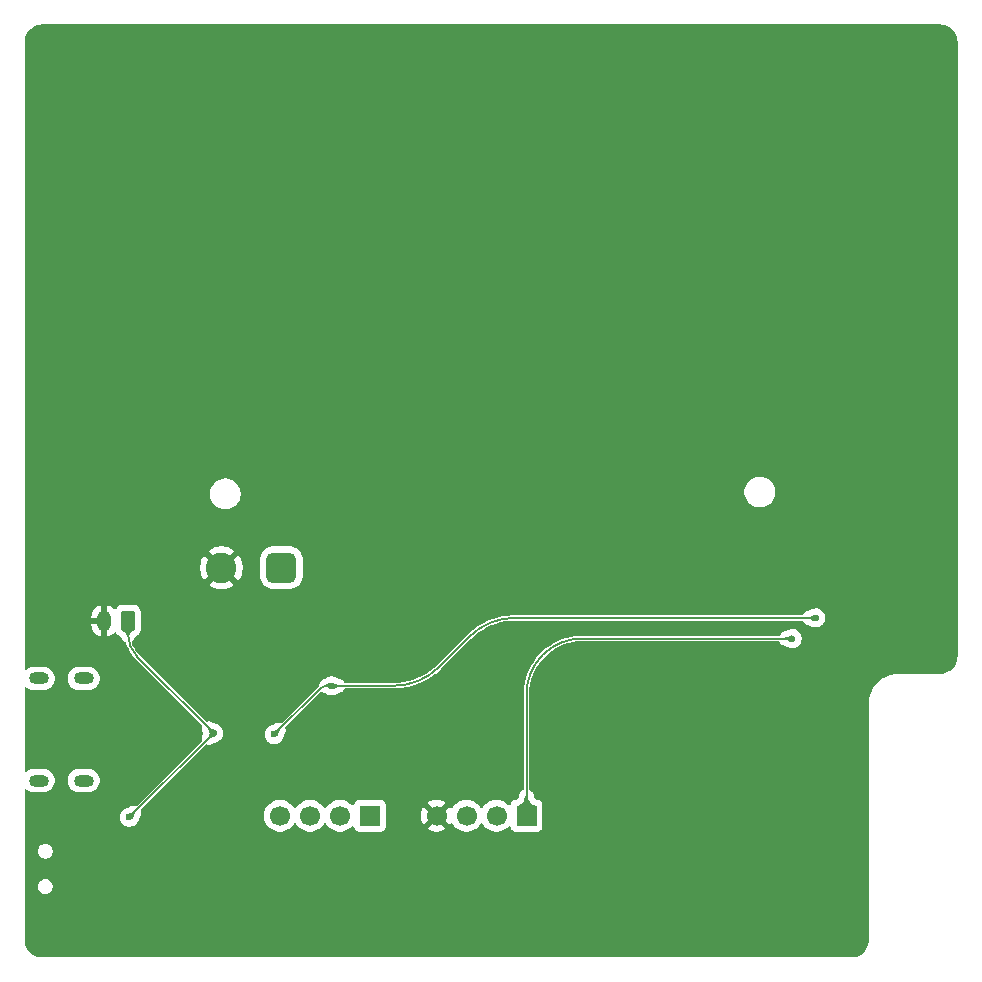
<source format=gbr>
%TF.GenerationSoftware,KiCad,Pcbnew,9.0.2*%
%TF.CreationDate,2025-06-26T16:23:08+02:00*%
%TF.ProjectId,button-rounded,62757474-6f6e-42d7-926f-756e6465642e,rev?*%
%TF.SameCoordinates,Original*%
%TF.FileFunction,Copper,L2,Bot*%
%TF.FilePolarity,Positive*%
%FSLAX46Y46*%
G04 Gerber Fmt 4.6, Leading zero omitted, Abs format (unit mm)*
G04 Created by KiCad (PCBNEW 9.0.2) date 2025-06-26 16:23:08*
%MOMM*%
%LPD*%
G01*
G04 APERTURE LIST*
G04 Aperture macros list*
%AMRoundRect*
0 Rectangle with rounded corners*
0 $1 Rounding radius*
0 $2 $3 $4 $5 $6 $7 $8 $9 X,Y pos of 4 corners*
0 Add a 4 corners polygon primitive as box body*
4,1,4,$2,$3,$4,$5,$6,$7,$8,$9,$2,$3,0*
0 Add four circle primitives for the rounded corners*
1,1,$1+$1,$2,$3*
1,1,$1+$1,$4,$5*
1,1,$1+$1,$6,$7*
1,1,$1+$1,$8,$9*
0 Add four rect primitives between the rounded corners*
20,1,$1+$1,$2,$3,$4,$5,0*
20,1,$1+$1,$4,$5,$6,$7,0*
20,1,$1+$1,$6,$7,$8,$9,0*
20,1,$1+$1,$8,$9,$2,$3,0*%
G04 Aperture macros list end*
%TA.AperFunction,HeatsinkPad*%
%ADD10O,1.700000X1.000000*%
%TD*%
%TA.AperFunction,ComponentPad*%
%ADD11R,1.700000X1.700000*%
%TD*%
%TA.AperFunction,ComponentPad*%
%ADD12C,1.700000*%
%TD*%
%TA.AperFunction,ComponentPad*%
%ADD13RoundRect,0.650000X0.650000X0.650000X-0.650000X0.650000X-0.650000X-0.650000X0.650000X-0.650000X0*%
%TD*%
%TA.AperFunction,ComponentPad*%
%ADD14C,2.600000*%
%TD*%
%TA.AperFunction,ComponentPad*%
%ADD15RoundRect,0.250000X0.350000X0.625000X-0.350000X0.625000X-0.350000X-0.625000X0.350000X-0.625000X0*%
%TD*%
%TA.AperFunction,ComponentPad*%
%ADD16O,1.200000X1.750000*%
%TD*%
%TA.AperFunction,ViaPad*%
%ADD17C,0.600000*%
%TD*%
%TA.AperFunction,Conductor*%
%ADD18C,0.200000*%
%TD*%
G04 APERTURE END LIST*
D10*
%TO.P,J1,S1,SHIELD*%
%TO.N,Earth*%
X188000000Y-113380000D03*
X184200000Y-113380000D03*
X188000000Y-122020000D03*
X184200000Y-122020000D03*
%TD*%
D11*
%TO.P,J2,1,Pin_1*%
%TO.N,TMS*%
X212250000Y-125000000D03*
D12*
%TO.P,J2,2,Pin_2*%
%TO.N,TDI*%
X209710000Y-125000000D03*
%TO.P,J2,3,Pin_3*%
%TO.N,TCK*%
X207170000Y-125000000D03*
%TO.P,J2,4,Pin_4*%
%TO.N,TDO*%
X204630000Y-125000000D03*
%TD*%
D13*
%TO.P,TH1,1*%
%TO.N,TEMP*%
X204750000Y-104000000D03*
D14*
%TO.P,TH1,2*%
%TO.N,GND*%
X199670000Y-104000000D03*
%TD*%
D15*
%TO.P,BT1,1,+*%
%TO.N,+BATT*%
X191750000Y-108500000D03*
D16*
%TO.P,BT1,2,-*%
%TO.N,GND*%
X189750000Y-108500000D03*
%TD*%
D11*
%TO.P,J3,1,Pin_1*%
%TO.N,+3V3*%
X225500000Y-125000000D03*
D12*
%TO.P,J3,2,Pin_2*%
%TO.N,/TX*%
X222960000Y-125000000D03*
%TO.P,J3,3,Pin_3*%
%TO.N,/RX*%
X220420000Y-125000000D03*
%TO.P,J3,4,Pin_4*%
%TO.N,GND*%
X217880000Y-125000000D03*
%TD*%
D17*
%TO.N,+BATT*%
X199000000Y-118000000D03*
X191875000Y-125125000D03*
%TO.N,+3V3*%
X248000000Y-110000000D03*
%TO.N,GND*%
X242750000Y-122750000D03*
X253500000Y-136250000D03*
X212250000Y-123000000D03*
X242750000Y-125500000D03*
X251900000Y-115000000D03*
X203500000Y-116250000D03*
X208500000Y-112250000D03*
X253500000Y-115000000D03*
X246000000Y-120750000D03*
X236000000Y-114500000D03*
X246500000Y-127250000D03*
X203250000Y-115067500D03*
X242750000Y-124250000D03*
X224250000Y-127500000D03*
X249250000Y-122750000D03*
X249250000Y-124000000D03*
X207781250Y-116468750D03*
X249250000Y-125500000D03*
%TO.N,+VSW*%
X204125000Y-118125000D03*
X250000000Y-108250000D03*
X209000000Y-114000000D03*
%TD*%
D18*
%TO.N,+BATT*%
X191875000Y-125125000D02*
X199000000Y-118000000D01*
X192545495Y-111545495D02*
X199000000Y-118000000D01*
X191750000Y-109625000D02*
X191750000Y-108500000D01*
X191750000Y-109625000D02*
G75*
G03*
X192545493Y-111545497I2716000J0D01*
G01*
%TO.N,+3V3*%
X248000000Y-110000000D02*
X230194543Y-110000000D01*
X225500000Y-114694543D02*
X225500000Y-125000000D01*
X226875000Y-111375000D02*
G75*
G03*
X225500018Y-114694543I3319500J-3319500D01*
G01*
X230194543Y-110000000D02*
G75*
G03*
X226874987Y-111374987I-43J-4694500D01*
G01*
%TO.N,GND*%
X204512188Y-114737811D02*
X206469669Y-112780330D01*
X203716250Y-115067500D02*
X203250000Y-115067500D01*
X208500000Y-112250000D02*
X207750000Y-112250000D01*
X204512188Y-114737811D02*
G75*
G02*
X203716250Y-115067543I-795988J795911D01*
G01*
X207750000Y-112250000D02*
G75*
G03*
X206469661Y-112780322I0J-1810700D01*
G01*
%TO.N,+VSW*%
X214246036Y-114000000D02*
X209000000Y-114000000D01*
X218093792Y-112406207D02*
X220656207Y-109843792D01*
X250000000Y-108250000D02*
X224503963Y-108250000D01*
X208625000Y-114000000D02*
X209000000Y-114000000D01*
X207984834Y-114265165D02*
X204125000Y-118125000D01*
X208625000Y-114000000D02*
G75*
G03*
X207984841Y-114265172I0J-905300D01*
G01*
X218093792Y-112406207D02*
G75*
G02*
X214246036Y-114000010I-3847792J3847807D01*
G01*
X224503963Y-108250000D02*
G75*
G03*
X220656236Y-109843821I37J-5441500D01*
G01*
%TD*%
%TA.AperFunction,Conductor*%
%TO.N,GND*%
G36*
X260504418Y-58000816D02*
G01*
X260704561Y-58015130D01*
X260722063Y-58017647D01*
X260913797Y-58059355D01*
X260930755Y-58064334D01*
X261114609Y-58132909D01*
X261130701Y-58140259D01*
X261302904Y-58234288D01*
X261317784Y-58243849D01*
X261474867Y-58361441D01*
X261488237Y-58373027D01*
X261626972Y-58511762D01*
X261638558Y-58525132D01*
X261756146Y-58682210D01*
X261765711Y-58697095D01*
X261859740Y-58869298D01*
X261867090Y-58885390D01*
X261935662Y-59069236D01*
X261940646Y-59086212D01*
X261982351Y-59277931D01*
X261984869Y-59295442D01*
X261999184Y-59495580D01*
X261999500Y-59504427D01*
X261999500Y-111495572D01*
X261999184Y-111504419D01*
X261984869Y-111704557D01*
X261982351Y-111722068D01*
X261940646Y-111913787D01*
X261935662Y-111930763D01*
X261867090Y-112114609D01*
X261859740Y-112130701D01*
X261765711Y-112302904D01*
X261756146Y-112317789D01*
X261638558Y-112474867D01*
X261626972Y-112488237D01*
X261488237Y-112626972D01*
X261474867Y-112638558D01*
X261317789Y-112756146D01*
X261302904Y-112765711D01*
X261130701Y-112859740D01*
X261114609Y-112867090D01*
X260930763Y-112935662D01*
X260913787Y-112940646D01*
X260722068Y-112982351D01*
X260704557Y-112984869D01*
X260523779Y-112997799D01*
X260504417Y-112999184D01*
X260495572Y-112999500D01*
X256848746Y-112999500D01*
X256730409Y-113013869D01*
X256548449Y-113035963D01*
X256429602Y-113065255D01*
X256254727Y-113108358D01*
X255971882Y-113215628D01*
X255704035Y-113356206D01*
X255704026Y-113356212D01*
X255455078Y-113528047D01*
X255455072Y-113528052D01*
X255228648Y-113728646D01*
X255228646Y-113728648D01*
X255028052Y-113955072D01*
X255028047Y-113955078D01*
X254856212Y-114204026D01*
X254856206Y-114204035D01*
X254715628Y-114471882D01*
X254608358Y-114754727D01*
X254578200Y-114877085D01*
X254535963Y-115048449D01*
X254521377Y-115168568D01*
X254499500Y-115348745D01*
X254499500Y-135495572D01*
X254499184Y-135504418D01*
X254499184Y-135504419D01*
X254484869Y-135704557D01*
X254482351Y-135722068D01*
X254440646Y-135913787D01*
X254435662Y-135930763D01*
X254367090Y-136114609D01*
X254359740Y-136130701D01*
X254265711Y-136302904D01*
X254256146Y-136317789D01*
X254138558Y-136474867D01*
X254126972Y-136488237D01*
X253988237Y-136626972D01*
X253974867Y-136638558D01*
X253817789Y-136756146D01*
X253802904Y-136765711D01*
X253630701Y-136859740D01*
X253614609Y-136867090D01*
X253430763Y-136935662D01*
X253413787Y-136940646D01*
X253222068Y-136982351D01*
X253204557Y-136984869D01*
X253023779Y-136997799D01*
X253004417Y-136999184D01*
X252995572Y-136999500D01*
X184504428Y-136999500D01*
X184495582Y-136999184D01*
X184473622Y-136997613D01*
X184295442Y-136984869D01*
X184277931Y-136982351D01*
X184086212Y-136940646D01*
X184069236Y-136935662D01*
X183885390Y-136867090D01*
X183869298Y-136859740D01*
X183697095Y-136765711D01*
X183682210Y-136756146D01*
X183525132Y-136638558D01*
X183511762Y-136626972D01*
X183373027Y-136488237D01*
X183361441Y-136474867D01*
X183243849Y-136317784D01*
X183234288Y-136302904D01*
X183140259Y-136130701D01*
X183132909Y-136114609D01*
X183072091Y-135951551D01*
X183064334Y-135930755D01*
X183059355Y-135913797D01*
X183017647Y-135722063D01*
X183015130Y-135704556D01*
X183000816Y-135504418D01*
X183000500Y-135495572D01*
X183000500Y-130938389D01*
X184124500Y-130938389D01*
X184124500Y-131061610D01*
X184148535Y-131182444D01*
X184148538Y-131182454D01*
X184195687Y-131296283D01*
X184195692Y-131296292D01*
X184264141Y-131398732D01*
X184264144Y-131398736D01*
X184351263Y-131485855D01*
X184351267Y-131485858D01*
X184453707Y-131554307D01*
X184453713Y-131554310D01*
X184453714Y-131554311D01*
X184567548Y-131601463D01*
X184688389Y-131625499D01*
X184688393Y-131625500D01*
X184688394Y-131625500D01*
X184811607Y-131625500D01*
X184811608Y-131625499D01*
X184932452Y-131601463D01*
X185046286Y-131554311D01*
X185148733Y-131485858D01*
X185235858Y-131398733D01*
X185304311Y-131296286D01*
X185351463Y-131182452D01*
X185375500Y-131061606D01*
X185375500Y-130938394D01*
X185351463Y-130817548D01*
X185304311Y-130703714D01*
X185304310Y-130703713D01*
X185304307Y-130703707D01*
X185235858Y-130601267D01*
X185235855Y-130601263D01*
X185148736Y-130514144D01*
X185148732Y-130514141D01*
X185046292Y-130445692D01*
X185046283Y-130445687D01*
X184932454Y-130398538D01*
X184932455Y-130398538D01*
X184932452Y-130398537D01*
X184932448Y-130398536D01*
X184932444Y-130398535D01*
X184811610Y-130374500D01*
X184811606Y-130374500D01*
X184688394Y-130374500D01*
X184688389Y-130374500D01*
X184567555Y-130398535D01*
X184567545Y-130398538D01*
X184453716Y-130445687D01*
X184453707Y-130445692D01*
X184351267Y-130514141D01*
X184351263Y-130514144D01*
X184264144Y-130601263D01*
X184264141Y-130601267D01*
X184195692Y-130703707D01*
X184195687Y-130703716D01*
X184148538Y-130817545D01*
X184148535Y-130817555D01*
X184124500Y-130938389D01*
X183000500Y-130938389D01*
X183000500Y-127938389D01*
X184124500Y-127938389D01*
X184124500Y-128061610D01*
X184148535Y-128182444D01*
X184148538Y-128182454D01*
X184195687Y-128296283D01*
X184195692Y-128296292D01*
X184264141Y-128398732D01*
X184264144Y-128398736D01*
X184351263Y-128485855D01*
X184351267Y-128485858D01*
X184453707Y-128554307D01*
X184453713Y-128554310D01*
X184453714Y-128554311D01*
X184567548Y-128601463D01*
X184688389Y-128625499D01*
X184688393Y-128625500D01*
X184688394Y-128625500D01*
X184811607Y-128625500D01*
X184811608Y-128625499D01*
X184932452Y-128601463D01*
X185046286Y-128554311D01*
X185148733Y-128485858D01*
X185235858Y-128398733D01*
X185304311Y-128296286D01*
X185351463Y-128182452D01*
X185375500Y-128061606D01*
X185375500Y-127938394D01*
X185351463Y-127817548D01*
X185304311Y-127703714D01*
X185304310Y-127703713D01*
X185304307Y-127703707D01*
X185235858Y-127601267D01*
X185235855Y-127601263D01*
X185148736Y-127514144D01*
X185148732Y-127514141D01*
X185046292Y-127445692D01*
X185046283Y-127445687D01*
X184932454Y-127398538D01*
X184932455Y-127398538D01*
X184932452Y-127398537D01*
X184932448Y-127398536D01*
X184932444Y-127398535D01*
X184811610Y-127374500D01*
X184811606Y-127374500D01*
X184688394Y-127374500D01*
X184688389Y-127374500D01*
X184567555Y-127398535D01*
X184567545Y-127398538D01*
X184453716Y-127445687D01*
X184453707Y-127445692D01*
X184351267Y-127514141D01*
X184351263Y-127514144D01*
X184264144Y-127601263D01*
X184264141Y-127601267D01*
X184195692Y-127703707D01*
X184195687Y-127703716D01*
X184148538Y-127817545D01*
X184148535Y-127817555D01*
X184124500Y-127938389D01*
X183000500Y-127938389D01*
X183000500Y-122884784D01*
X183020185Y-122817745D01*
X183072989Y-122771990D01*
X183142147Y-122762046D01*
X183205703Y-122791071D01*
X183212181Y-122797103D01*
X183212214Y-122797136D01*
X183212218Y-122797139D01*
X183376079Y-122906628D01*
X183376092Y-122906635D01*
X183558160Y-122982049D01*
X183558165Y-122982051D01*
X183558169Y-122982051D01*
X183558170Y-122982052D01*
X183751456Y-123020500D01*
X183751459Y-123020500D01*
X184648543Y-123020500D01*
X184778582Y-122994632D01*
X184841835Y-122982051D01*
X185023914Y-122906632D01*
X185187782Y-122797139D01*
X185327139Y-122657782D01*
X185436632Y-122493914D01*
X185512051Y-122311835D01*
X185550500Y-122118543D01*
X186649499Y-122118543D01*
X186687947Y-122311829D01*
X186687950Y-122311839D01*
X186763364Y-122493907D01*
X186763371Y-122493920D01*
X186872860Y-122657781D01*
X186872863Y-122657785D01*
X187012214Y-122797136D01*
X187012218Y-122797139D01*
X187176079Y-122906628D01*
X187176092Y-122906635D01*
X187358160Y-122982049D01*
X187358165Y-122982051D01*
X187358169Y-122982051D01*
X187358170Y-122982052D01*
X187551456Y-123020500D01*
X187551459Y-123020500D01*
X188448543Y-123020500D01*
X188578582Y-122994632D01*
X188641835Y-122982051D01*
X188823914Y-122906632D01*
X188987782Y-122797139D01*
X189127139Y-122657782D01*
X189236632Y-122493914D01*
X189312051Y-122311835D01*
X189350500Y-122118541D01*
X189350500Y-121921459D01*
X189350500Y-121921456D01*
X189312052Y-121728170D01*
X189312051Y-121728169D01*
X189312051Y-121728165D01*
X189312049Y-121728160D01*
X189236635Y-121546092D01*
X189236628Y-121546079D01*
X189127139Y-121382218D01*
X189127136Y-121382214D01*
X188987785Y-121242863D01*
X188987781Y-121242860D01*
X188823920Y-121133371D01*
X188823907Y-121133364D01*
X188641839Y-121057950D01*
X188641829Y-121057947D01*
X188448543Y-121019500D01*
X188448541Y-121019500D01*
X187551459Y-121019500D01*
X187551457Y-121019500D01*
X187358170Y-121057947D01*
X187358160Y-121057950D01*
X187176092Y-121133364D01*
X187176079Y-121133371D01*
X187012218Y-121242860D01*
X187012214Y-121242863D01*
X186872863Y-121382214D01*
X186872860Y-121382218D01*
X186763371Y-121546079D01*
X186763364Y-121546092D01*
X186687950Y-121728160D01*
X186687947Y-121728170D01*
X186649500Y-121921456D01*
X186649500Y-121921459D01*
X186649500Y-122118541D01*
X186649500Y-122118543D01*
X186649499Y-122118543D01*
X185550500Y-122118543D01*
X185550500Y-122118541D01*
X185550500Y-121921459D01*
X185550500Y-121921456D01*
X185512052Y-121728170D01*
X185512051Y-121728169D01*
X185512051Y-121728165D01*
X185512049Y-121728160D01*
X185436635Y-121546092D01*
X185436628Y-121546079D01*
X185327139Y-121382218D01*
X185327136Y-121382214D01*
X185187785Y-121242863D01*
X185187781Y-121242860D01*
X185023920Y-121133371D01*
X185023907Y-121133364D01*
X184841839Y-121057950D01*
X184841829Y-121057947D01*
X184648543Y-121019500D01*
X184648541Y-121019500D01*
X183751459Y-121019500D01*
X183751457Y-121019500D01*
X183558170Y-121057947D01*
X183558160Y-121057950D01*
X183376092Y-121133364D01*
X183376079Y-121133371D01*
X183212218Y-121242860D01*
X183212214Y-121242863D01*
X183212181Y-121242897D01*
X183212159Y-121242908D01*
X183207508Y-121246726D01*
X183206784Y-121245843D01*
X183150858Y-121276382D01*
X183081166Y-121271398D01*
X183025233Y-121229526D01*
X183000816Y-121164062D01*
X183000500Y-121155216D01*
X183000500Y-114244784D01*
X183020185Y-114177745D01*
X183072989Y-114131990D01*
X183142147Y-114122046D01*
X183205703Y-114151071D01*
X183212181Y-114157103D01*
X183212214Y-114157136D01*
X183212218Y-114157139D01*
X183376079Y-114266628D01*
X183376092Y-114266635D01*
X183558160Y-114342049D01*
X183558165Y-114342051D01*
X183558169Y-114342051D01*
X183558170Y-114342052D01*
X183751456Y-114380500D01*
X183751459Y-114380500D01*
X184648543Y-114380500D01*
X184778582Y-114354632D01*
X184841835Y-114342051D01*
X185023914Y-114266632D01*
X185187782Y-114157139D01*
X185327139Y-114017782D01*
X185436632Y-113853914D01*
X185452049Y-113816695D01*
X185465437Y-113784373D01*
X185512051Y-113671835D01*
X185524632Y-113608582D01*
X185550500Y-113478543D01*
X186649499Y-113478543D01*
X186687947Y-113671829D01*
X186687950Y-113671839D01*
X186763364Y-113853907D01*
X186763371Y-113853920D01*
X186872860Y-114017781D01*
X186872863Y-114017785D01*
X187012214Y-114157136D01*
X187012218Y-114157139D01*
X187176079Y-114266628D01*
X187176092Y-114266635D01*
X187358160Y-114342049D01*
X187358165Y-114342051D01*
X187358169Y-114342051D01*
X187358170Y-114342052D01*
X187551456Y-114380500D01*
X187551459Y-114380500D01*
X188448543Y-114380500D01*
X188578582Y-114354632D01*
X188641835Y-114342051D01*
X188823914Y-114266632D01*
X188987782Y-114157139D01*
X189127139Y-114017782D01*
X189236632Y-113853914D01*
X189252049Y-113816695D01*
X189265437Y-113784373D01*
X189312051Y-113671835D01*
X189324632Y-113608582D01*
X189350500Y-113478543D01*
X189350500Y-113281456D01*
X189312052Y-113088170D01*
X189312051Y-113088169D01*
X189312051Y-113088165D01*
X189294140Y-113044924D01*
X189236635Y-112906092D01*
X189236628Y-112906079D01*
X189127139Y-112742218D01*
X189127136Y-112742214D01*
X188987785Y-112602863D01*
X188987781Y-112602860D01*
X188823920Y-112493371D01*
X188823907Y-112493364D01*
X188641839Y-112417950D01*
X188641829Y-112417947D01*
X188448543Y-112379500D01*
X188448541Y-112379500D01*
X187551459Y-112379500D01*
X187551457Y-112379500D01*
X187358170Y-112417947D01*
X187358160Y-112417950D01*
X187176092Y-112493364D01*
X187176079Y-112493371D01*
X187012218Y-112602860D01*
X187012214Y-112602863D01*
X186872863Y-112742214D01*
X186872860Y-112742218D01*
X186763371Y-112906079D01*
X186763364Y-112906092D01*
X186687950Y-113088160D01*
X186687947Y-113088170D01*
X186649500Y-113281456D01*
X186649500Y-113281459D01*
X186649500Y-113478541D01*
X186649500Y-113478543D01*
X186649499Y-113478543D01*
X185550500Y-113478543D01*
X185550500Y-113281456D01*
X185512052Y-113088170D01*
X185512051Y-113088169D01*
X185512051Y-113088165D01*
X185494140Y-113044924D01*
X185436635Y-112906092D01*
X185436628Y-112906079D01*
X185327139Y-112742218D01*
X185327136Y-112742214D01*
X185187785Y-112602863D01*
X185187781Y-112602860D01*
X185023920Y-112493371D01*
X185023907Y-112493364D01*
X184841839Y-112417950D01*
X184841829Y-112417947D01*
X184648543Y-112379500D01*
X184648541Y-112379500D01*
X183751459Y-112379500D01*
X183751457Y-112379500D01*
X183558170Y-112417947D01*
X183558160Y-112417950D01*
X183376092Y-112493364D01*
X183376079Y-112493371D01*
X183212218Y-112602860D01*
X183212214Y-112602863D01*
X183212181Y-112602897D01*
X183212159Y-112602908D01*
X183207508Y-112606726D01*
X183206784Y-112605843D01*
X183150858Y-112636382D01*
X183081166Y-112631398D01*
X183025233Y-112589526D01*
X183000816Y-112524062D01*
X183000500Y-112515216D01*
X183000500Y-108138428D01*
X188650000Y-108138428D01*
X188650000Y-108250000D01*
X189469670Y-108250000D01*
X189449925Y-108269745D01*
X189400556Y-108355255D01*
X189375000Y-108450630D01*
X189375000Y-108549370D01*
X189400556Y-108644745D01*
X189449925Y-108730255D01*
X189469670Y-108750000D01*
X188650000Y-108750000D01*
X188650000Y-108861571D01*
X188677085Y-109032584D01*
X188730591Y-109197257D01*
X188809195Y-109351524D01*
X188910967Y-109491602D01*
X189033397Y-109614032D01*
X189173475Y-109715804D01*
X189327744Y-109794408D01*
X189492415Y-109847914D01*
X189492414Y-109847914D01*
X189499999Y-109849115D01*
X189500000Y-109849114D01*
X189500000Y-108780330D01*
X189519745Y-108800075D01*
X189605255Y-108849444D01*
X189700630Y-108875000D01*
X189799370Y-108875000D01*
X189894745Y-108849444D01*
X189980255Y-108800075D01*
X190000000Y-108780330D01*
X190000000Y-109849115D01*
X190007584Y-109847914D01*
X190172255Y-109794408D01*
X190326524Y-109715804D01*
X190466598Y-109614035D01*
X190574199Y-109506434D01*
X190635522Y-109472949D01*
X190705214Y-109477933D01*
X190761148Y-109519804D01*
X190767420Y-109529019D01*
X190802211Y-109585426D01*
X190807288Y-109593656D01*
X190931344Y-109717712D01*
X191069392Y-109802860D01*
X191080671Y-109809817D01*
X191087216Y-109812869D01*
X191086597Y-109814195D01*
X191137352Y-109849332D01*
X191158556Y-109889863D01*
X191158587Y-109889852D01*
X191158702Y-109890142D01*
X191159927Y-109892483D01*
X191160742Y-109895273D01*
X191213904Y-110028980D01*
X191218176Y-110036419D01*
X191218181Y-110036427D01*
X191218187Y-110036437D01*
X191244419Y-110073168D01*
X191276222Y-110117700D01*
X191276225Y-110117703D01*
X191385438Y-110211365D01*
X191385439Y-110211365D01*
X191385440Y-110211366D01*
X191516622Y-110270467D01*
X191519739Y-110271365D01*
X191526826Y-110273407D01*
X191526641Y-110274046D01*
X191584437Y-110308618D01*
X191612041Y-110356794D01*
X191691224Y-110617828D01*
X191801900Y-110885023D01*
X191801902Y-110885028D01*
X191938230Y-111140080D01*
X192098909Y-111380553D01*
X192282376Y-111604109D01*
X192282377Y-111604110D01*
X192384628Y-111706361D01*
X192416626Y-111738360D01*
X192416627Y-111738360D01*
X192434068Y-111755801D01*
X198015312Y-117337046D01*
X198048797Y-117398369D01*
X198045022Y-117464668D01*
X198021911Y-117532593D01*
X198008657Y-117675862D01*
X198036303Y-117817053D01*
X198036305Y-117817063D01*
X198039256Y-117825508D01*
X198039257Y-117825510D01*
X198059824Y-117875585D01*
X198059825Y-117875586D01*
X198090080Y-117921158D01*
X198095580Y-117929441D01*
X198116260Y-117996180D01*
X198101110Y-118057445D01*
X198085146Y-118086686D01*
X198042597Y-118164618D01*
X198042595Y-118164623D01*
X198039743Y-118172269D01*
X198015909Y-118259161D01*
X198015908Y-118259165D01*
X198010776Y-118402953D01*
X198036614Y-118504179D01*
X198047105Y-118545277D01*
X198044612Y-118615102D01*
X198014638Y-118663626D01*
X192537951Y-124140313D01*
X192476628Y-124173798D01*
X192410320Y-124170020D01*
X192342442Y-124146919D01*
X192342434Y-124146918D01*
X192199176Y-124133656D01*
X192199172Y-124133656D01*
X192199171Y-124133656D01*
X192057970Y-124161294D01*
X192049511Y-124164249D01*
X191999410Y-124184825D01*
X191875853Y-124266858D01*
X191875207Y-124265886D01*
X191835524Y-124285024D01*
X191833044Y-124285635D01*
X191811985Y-124291034D01*
X191723544Y-124313709D01*
X191686141Y-124324857D01*
X191684433Y-124325438D01*
X191647976Y-124339447D01*
X191584447Y-124366719D01*
X191555567Y-124380211D01*
X191554261Y-124380872D01*
X191526215Y-124396200D01*
X191462542Y-124433665D01*
X191450352Y-124441072D01*
X191449829Y-124441401D01*
X191449804Y-124441417D01*
X191395571Y-124480671D01*
X191393729Y-124482323D01*
X191379860Y-124493086D01*
X191364721Y-124503203D01*
X191364712Y-124503210D01*
X191253209Y-124614712D01*
X191165609Y-124745814D01*
X191165602Y-124745827D01*
X191105264Y-124891498D01*
X191105261Y-124891510D01*
X191074500Y-125046153D01*
X191074500Y-125203846D01*
X191105261Y-125358489D01*
X191105264Y-125358501D01*
X191165602Y-125504172D01*
X191165609Y-125504185D01*
X191253210Y-125635288D01*
X191253213Y-125635292D01*
X191364707Y-125746786D01*
X191364711Y-125746789D01*
X191495814Y-125834390D01*
X191495827Y-125834397D01*
X191605422Y-125879792D01*
X191641503Y-125894737D01*
X191796153Y-125925499D01*
X191796156Y-125925500D01*
X191796158Y-125925500D01*
X191953844Y-125925500D01*
X191953845Y-125925499D01*
X192108497Y-125894737D01*
X192254179Y-125834394D01*
X192385289Y-125746789D01*
X192496789Y-125635289D01*
X192537303Y-125574653D01*
X192543760Y-125565856D01*
X192565756Y-125538496D01*
X192601637Y-125477858D01*
X192616266Y-125451354D01*
X192616911Y-125450098D01*
X192630126Y-125422315D01*
X192657025Y-125361021D01*
X192671692Y-125323631D01*
X192672298Y-125321885D01*
X192683846Y-125283845D01*
X192713803Y-125169115D01*
X192714833Y-125165029D01*
X192739903Y-125116986D01*
X192739368Y-125116555D01*
X192763440Y-125086686D01*
X192763443Y-125086681D01*
X192832391Y-124960407D01*
X192832391Y-124960405D01*
X192832394Y-124960401D01*
X192835252Y-124952738D01*
X192851443Y-124893713D01*
X203279500Y-124893713D01*
X203279500Y-125106286D01*
X203312735Y-125316127D01*
X203312754Y-125316243D01*
X203373820Y-125504185D01*
X203378444Y-125518414D01*
X203474951Y-125707820D01*
X203599890Y-125879786D01*
X203750213Y-126030109D01*
X203922179Y-126155048D01*
X203922181Y-126155049D01*
X203922184Y-126155051D01*
X204111588Y-126251557D01*
X204313757Y-126317246D01*
X204523713Y-126350500D01*
X204523714Y-126350500D01*
X204736286Y-126350500D01*
X204736287Y-126350500D01*
X204946243Y-126317246D01*
X205148412Y-126251557D01*
X205337816Y-126155051D01*
X205424138Y-126092335D01*
X205509786Y-126030109D01*
X205509788Y-126030106D01*
X205509792Y-126030104D01*
X205660104Y-125879792D01*
X205660106Y-125879788D01*
X205660109Y-125879786D01*
X205785048Y-125707820D01*
X205785050Y-125707817D01*
X205785051Y-125707816D01*
X205789514Y-125699054D01*
X205837488Y-125648259D01*
X205905308Y-125631463D01*
X205971444Y-125653999D01*
X206010486Y-125699056D01*
X206014951Y-125707820D01*
X206139890Y-125879786D01*
X206290213Y-126030109D01*
X206462179Y-126155048D01*
X206462181Y-126155049D01*
X206462184Y-126155051D01*
X206651588Y-126251557D01*
X206853757Y-126317246D01*
X207063713Y-126350500D01*
X207063714Y-126350500D01*
X207276286Y-126350500D01*
X207276287Y-126350500D01*
X207486243Y-126317246D01*
X207688412Y-126251557D01*
X207877816Y-126155051D01*
X207964138Y-126092335D01*
X208049786Y-126030109D01*
X208049788Y-126030106D01*
X208049792Y-126030104D01*
X208200104Y-125879792D01*
X208200106Y-125879788D01*
X208200109Y-125879786D01*
X208325048Y-125707820D01*
X208325050Y-125707817D01*
X208325051Y-125707816D01*
X208329514Y-125699054D01*
X208377488Y-125648259D01*
X208445308Y-125631463D01*
X208511444Y-125653999D01*
X208550486Y-125699056D01*
X208554951Y-125707820D01*
X208679890Y-125879786D01*
X208830213Y-126030109D01*
X209002179Y-126155048D01*
X209002181Y-126155049D01*
X209002184Y-126155051D01*
X209191588Y-126251557D01*
X209393757Y-126317246D01*
X209603713Y-126350500D01*
X209603714Y-126350500D01*
X209816286Y-126350500D01*
X209816287Y-126350500D01*
X210026243Y-126317246D01*
X210228412Y-126251557D01*
X210417816Y-126155051D01*
X210589792Y-126030104D01*
X210703329Y-125916566D01*
X210764648Y-125883084D01*
X210834340Y-125888068D01*
X210890274Y-125929939D01*
X210907189Y-125960917D01*
X210956202Y-126092328D01*
X210956206Y-126092335D01*
X211042452Y-126207544D01*
X211042455Y-126207547D01*
X211157664Y-126293793D01*
X211157671Y-126293797D01*
X211292517Y-126344091D01*
X211292516Y-126344091D01*
X211299444Y-126344835D01*
X211352127Y-126350500D01*
X213147872Y-126350499D01*
X213207483Y-126344091D01*
X213342331Y-126293796D01*
X213457546Y-126207546D01*
X213543796Y-126092331D01*
X213594091Y-125957483D01*
X213600500Y-125897873D01*
X213600499Y-124893753D01*
X216530000Y-124893753D01*
X216530000Y-125106246D01*
X216563242Y-125316127D01*
X216563242Y-125316130D01*
X216628904Y-125518217D01*
X216725375Y-125707550D01*
X216764728Y-125761716D01*
X217397037Y-125129408D01*
X217414075Y-125192993D01*
X217479901Y-125307007D01*
X217572993Y-125400099D01*
X217687007Y-125465925D01*
X217750590Y-125482962D01*
X217118282Y-126115269D01*
X217118282Y-126115270D01*
X217172449Y-126154624D01*
X217361782Y-126251095D01*
X217563870Y-126316757D01*
X217773754Y-126350000D01*
X217986246Y-126350000D01*
X218196127Y-126316757D01*
X218196130Y-126316757D01*
X218398217Y-126251095D01*
X218587554Y-126154622D01*
X218641716Y-126115270D01*
X218641717Y-126115270D01*
X218009408Y-125482962D01*
X218072993Y-125465925D01*
X218187007Y-125400099D01*
X218280099Y-125307007D01*
X218345925Y-125192993D01*
X218362962Y-125129408D01*
X218995270Y-125761717D01*
X218995270Y-125761716D01*
X219034622Y-125707555D01*
X219039232Y-125698507D01*
X219087205Y-125647709D01*
X219155025Y-125630912D01*
X219221161Y-125653447D01*
X219260204Y-125698504D01*
X219264949Y-125707817D01*
X219389890Y-125879786D01*
X219540213Y-126030109D01*
X219712179Y-126155048D01*
X219712181Y-126155049D01*
X219712184Y-126155051D01*
X219901588Y-126251557D01*
X220103757Y-126317246D01*
X220313713Y-126350500D01*
X220313714Y-126350500D01*
X220526286Y-126350500D01*
X220526287Y-126350500D01*
X220736243Y-126317246D01*
X220938412Y-126251557D01*
X221127816Y-126155051D01*
X221214138Y-126092335D01*
X221299786Y-126030109D01*
X221299788Y-126030106D01*
X221299792Y-126030104D01*
X221450104Y-125879792D01*
X221450106Y-125879788D01*
X221450109Y-125879786D01*
X221575048Y-125707820D01*
X221575050Y-125707817D01*
X221575051Y-125707816D01*
X221579514Y-125699054D01*
X221627488Y-125648259D01*
X221695308Y-125631463D01*
X221761444Y-125653999D01*
X221800486Y-125699056D01*
X221804951Y-125707820D01*
X221929890Y-125879786D01*
X222080213Y-126030109D01*
X222252179Y-126155048D01*
X222252181Y-126155049D01*
X222252184Y-126155051D01*
X222441588Y-126251557D01*
X222643757Y-126317246D01*
X222853713Y-126350500D01*
X222853714Y-126350500D01*
X223066286Y-126350500D01*
X223066287Y-126350500D01*
X223276243Y-126317246D01*
X223478412Y-126251557D01*
X223667816Y-126155051D01*
X223839792Y-126030104D01*
X223953329Y-125916566D01*
X224014648Y-125883084D01*
X224084340Y-125888068D01*
X224140274Y-125929939D01*
X224157189Y-125960917D01*
X224206202Y-126092328D01*
X224206206Y-126092335D01*
X224292452Y-126207544D01*
X224292455Y-126207547D01*
X224407664Y-126293793D01*
X224407671Y-126293797D01*
X224542517Y-126344091D01*
X224542516Y-126344091D01*
X224549444Y-126344835D01*
X224602127Y-126350500D01*
X226397872Y-126350499D01*
X226457483Y-126344091D01*
X226592331Y-126293796D01*
X226707546Y-126207546D01*
X226793796Y-126092331D01*
X226844091Y-125957483D01*
X226850500Y-125897873D01*
X226850499Y-124102128D01*
X226844091Y-124042517D01*
X226842810Y-124039083D01*
X226793797Y-123907671D01*
X226793793Y-123907664D01*
X226707547Y-123792455D01*
X226707544Y-123792452D01*
X226592335Y-123706206D01*
X226592326Y-123706201D01*
X226457487Y-123655910D01*
X226457484Y-123655909D01*
X226457483Y-123655909D01*
X226457479Y-123655908D01*
X226457476Y-123655908D01*
X226425886Y-123652511D01*
X226416041Y-123651051D01*
X226410250Y-123649952D01*
X226397186Y-123646161D01*
X226370352Y-123642386D01*
X226367453Y-123641837D01*
X226353926Y-123634914D01*
X226317119Y-123619923D01*
X226295825Y-123604272D01*
X226277631Y-123587902D01*
X226227589Y-123533014D01*
X226214325Y-123515596D01*
X226153344Y-123418856D01*
X226145554Y-123404473D01*
X226130867Y-123372482D01*
X226126405Y-123361381D01*
X226114952Y-123328359D01*
X226111210Y-123315292D01*
X226109113Y-123306090D01*
X226106481Y-123289297D01*
X226104524Y-123266825D01*
X226100712Y-123234865D01*
X226100709Y-123234854D01*
X226059104Y-123097127D01*
X226059100Y-123097117D01*
X226055727Y-123089881D01*
X226055724Y-123089876D01*
X226055721Y-123089869D01*
X226012781Y-123015138D01*
X225965648Y-122964511D01*
X225914741Y-122909830D01*
X225788223Y-122834759D01*
X225740614Y-122783620D01*
X225727500Y-122728119D01*
X225727500Y-114697245D01*
X225727618Y-114691837D01*
X225730566Y-114624300D01*
X225744259Y-114310615D01*
X225745202Y-114299841D01*
X225794652Y-113924202D01*
X225796525Y-113913580D01*
X225878536Y-113543641D01*
X225881323Y-113533238D01*
X225995258Y-113171875D01*
X225998958Y-113161712D01*
X226029424Y-113088160D01*
X226143948Y-112811670D01*
X226148507Y-112801892D01*
X226323461Y-112465807D01*
X226328856Y-112456462D01*
X226532443Y-112136892D01*
X226538633Y-112128053D01*
X226769281Y-111827466D01*
X226776231Y-111819183D01*
X227032064Y-111539988D01*
X227039679Y-111532373D01*
X227319210Y-111276231D01*
X227327466Y-111269304D01*
X227628063Y-111038648D01*
X227636902Y-111032458D01*
X227956469Y-110828873D01*
X227965810Y-110823480D01*
X228301912Y-110648519D01*
X228311675Y-110643967D01*
X228661721Y-110498975D01*
X228671884Y-110495276D01*
X229033243Y-110381342D01*
X229043646Y-110378555D01*
X229413583Y-110296544D01*
X229424205Y-110294671D01*
X229799843Y-110245220D01*
X229810616Y-110244278D01*
X229909741Y-110239951D01*
X230192277Y-110227618D01*
X230197685Y-110227500D01*
X230239793Y-110227500D01*
X246834944Y-110227500D01*
X246901983Y-110247185D01*
X246946195Y-110296734D01*
X246977900Y-110361141D01*
X246977901Y-110361142D01*
X247069844Y-110471812D01*
X247127072Y-110510292D01*
X247189243Y-110552096D01*
X247189252Y-110552101D01*
X247196174Y-110555437D01*
X247197309Y-110555984D01*
X247247218Y-110576829D01*
X247388250Y-110605317D01*
X247388251Y-110605317D01*
X247392593Y-110606194D01*
X247392361Y-110607341D01*
X247434045Y-110621914D01*
X247436087Y-110623151D01*
X247436112Y-110623165D01*
X247436147Y-110623187D01*
X247533416Y-110680756D01*
X247552134Y-110690880D01*
X247567723Y-110699313D01*
X247567731Y-110699317D01*
X247567733Y-110699318D01*
X247569353Y-110700115D01*
X247579694Y-110704715D01*
X247605055Y-110715997D01*
X247669254Y-110741633D01*
X247689182Y-110748871D01*
X247699142Y-110752490D01*
X247700538Y-110752948D01*
X247731321Y-110761976D01*
X247802720Y-110780477D01*
X247815793Y-110783679D01*
X247816408Y-110783821D01*
X247846035Y-110788592D01*
X247883466Y-110794621D01*
X247883471Y-110794621D01*
X247883476Y-110794622D01*
X247883480Y-110794621D01*
X247885882Y-110794753D01*
X247903316Y-110796950D01*
X247921158Y-110800500D01*
X247921162Y-110800500D01*
X248078844Y-110800500D01*
X248078845Y-110800499D01*
X248233497Y-110769737D01*
X248379179Y-110709394D01*
X248510289Y-110621789D01*
X248621789Y-110510289D01*
X248709394Y-110379179D01*
X248769737Y-110233497D01*
X248800500Y-110078842D01*
X248800500Y-109921158D01*
X248800500Y-109921155D01*
X248800499Y-109921153D01*
X248789004Y-109863363D01*
X248769737Y-109766503D01*
X248754640Y-109730056D01*
X248709397Y-109620827D01*
X248709390Y-109620814D01*
X248621789Y-109489711D01*
X248621786Y-109489707D01*
X248510292Y-109378213D01*
X248510288Y-109378210D01*
X248379185Y-109290609D01*
X248379172Y-109290602D01*
X248233501Y-109230264D01*
X248233489Y-109230261D01*
X248078845Y-109199500D01*
X248078842Y-109199500D01*
X247921158Y-109199500D01*
X247863750Y-109210918D01*
X247849668Y-109213720D01*
X247838883Y-109215375D01*
X247803952Y-109219173D01*
X247735673Y-109236685D01*
X247706291Y-109245177D01*
X247704944Y-109245612D01*
X247676283Y-109255806D01*
X247613913Y-109280130D01*
X247577390Y-109296060D01*
X247575770Y-109296844D01*
X247540388Y-109315731D01*
X247438024Y-109375706D01*
X247434634Y-109377739D01*
X247382747Y-109394114D01*
X247382818Y-109394772D01*
X247380628Y-109395007D01*
X247380617Y-109395008D01*
X247360178Y-109397203D01*
X247344705Y-109398866D01*
X247206654Y-109439396D01*
X247199225Y-109442788D01*
X247120902Y-109487386D01*
X247120899Y-109487388D01*
X247015593Y-109585427D01*
X246940623Y-109711776D01*
X246889485Y-109759385D01*
X246833983Y-109772500D01*
X230137555Y-109772500D01*
X230137365Y-109772517D01*
X230001151Y-109772517D01*
X229615587Y-109802858D01*
X229233550Y-109863363D01*
X228857472Y-109953649D01*
X228489624Y-110073168D01*
X228132298Y-110221176D01*
X228132290Y-110221180D01*
X227787693Y-110396759D01*
X227787670Y-110396772D01*
X227457897Y-110598855D01*
X227457872Y-110598872D01*
X227144992Y-110826192D01*
X227144978Y-110826203D01*
X226850885Y-111077382D01*
X226850871Y-111077395D01*
X226750466Y-111177801D01*
X226750406Y-111177833D01*
X226577381Y-111350858D01*
X226577357Y-111350884D01*
X226326198Y-111644954D01*
X226326177Y-111644981D01*
X226098856Y-111957862D01*
X226098846Y-111957876D01*
X225896748Y-112287672D01*
X225896742Y-112287683D01*
X225721171Y-112632265D01*
X225721161Y-112632286D01*
X225573150Y-112989618D01*
X225453632Y-113357464D01*
X225363344Y-113733550D01*
X225355295Y-113784373D01*
X225302841Y-114115573D01*
X225302840Y-114115582D01*
X225302840Y-114115584D01*
X225272498Y-114501150D01*
X225272498Y-114501164D01*
X225272500Y-114649290D01*
X225272500Y-122727897D01*
X225252815Y-122794936D01*
X225200011Y-122840691D01*
X225196147Y-122842377D01*
X225175852Y-122850823D01*
X225057850Y-122933144D01*
X225057848Y-122933146D01*
X224967821Y-123045372D01*
X224967820Y-123045373D01*
X224963264Y-123053092D01*
X224963245Y-123053126D01*
X224938287Y-123101100D01*
X224898059Y-123239255D01*
X224889545Y-123299438D01*
X224883124Y-123324930D01*
X224854287Y-123403212D01*
X224847379Y-123418635D01*
X224829010Y-123453128D01*
X224823195Y-123462931D01*
X224792660Y-123509406D01*
X224785749Y-123518911D01*
X224756452Y-123555430D01*
X224747994Y-123564931D01*
X224719101Y-123594212D01*
X224708912Y-123603452D01*
X224692209Y-123616989D01*
X224679922Y-123625763D01*
X224679783Y-123625850D01*
X224627259Y-123644029D01*
X224623100Y-123644477D01*
X224620209Y-123644788D01*
X224593536Y-123648379D01*
X224588395Y-123649521D01*
X224588342Y-123649283D01*
X224571450Y-123652798D01*
X224542519Y-123655908D01*
X224542513Y-123655910D01*
X224407671Y-123706202D01*
X224407664Y-123706206D01*
X224292455Y-123792452D01*
X224292452Y-123792455D01*
X224206206Y-123907664D01*
X224206203Y-123907669D01*
X224157189Y-124039083D01*
X224115317Y-124095016D01*
X224049853Y-124119433D01*
X223981580Y-124104581D01*
X223953326Y-124083430D01*
X223839786Y-123969890D01*
X223667820Y-123844951D01*
X223478414Y-123748444D01*
X223478413Y-123748443D01*
X223478412Y-123748443D01*
X223276243Y-123682754D01*
X223276241Y-123682753D01*
X223276240Y-123682753D01*
X223106758Y-123655910D01*
X223066287Y-123649500D01*
X222853713Y-123649500D01*
X222813242Y-123655910D01*
X222643760Y-123682753D01*
X222441585Y-123748444D01*
X222252179Y-123844951D01*
X222080213Y-123969890D01*
X221929890Y-124120213D01*
X221804949Y-124292182D01*
X221800484Y-124300946D01*
X221752509Y-124351742D01*
X221684688Y-124368536D01*
X221618553Y-124345998D01*
X221579516Y-124300946D01*
X221575050Y-124292182D01*
X221450109Y-124120213D01*
X221299786Y-123969890D01*
X221127820Y-123844951D01*
X220938414Y-123748444D01*
X220938413Y-123748443D01*
X220938412Y-123748443D01*
X220736243Y-123682754D01*
X220736241Y-123682753D01*
X220736240Y-123682753D01*
X220566758Y-123655910D01*
X220526287Y-123649500D01*
X220313713Y-123649500D01*
X220273242Y-123655910D01*
X220103760Y-123682753D01*
X219901585Y-123748444D01*
X219712179Y-123844951D01*
X219540213Y-123969890D01*
X219389890Y-124120213D01*
X219264949Y-124292182D01*
X219260202Y-124301499D01*
X219212227Y-124352293D01*
X219144405Y-124369087D01*
X219078271Y-124346548D01*
X219039234Y-124301495D01*
X219034626Y-124292452D01*
X218995270Y-124238282D01*
X218995269Y-124238282D01*
X218362962Y-124870590D01*
X218345925Y-124807007D01*
X218280099Y-124692993D01*
X218187007Y-124599901D01*
X218072993Y-124534075D01*
X218009409Y-124517037D01*
X218641716Y-123884728D01*
X218587550Y-123845375D01*
X218398217Y-123748904D01*
X218196129Y-123683242D01*
X217986246Y-123650000D01*
X217773754Y-123650000D01*
X217563872Y-123683242D01*
X217563869Y-123683242D01*
X217361782Y-123748904D01*
X217172439Y-123845380D01*
X217118282Y-123884727D01*
X217118282Y-123884728D01*
X217750591Y-124517037D01*
X217687007Y-124534075D01*
X217572993Y-124599901D01*
X217479901Y-124692993D01*
X217414075Y-124807007D01*
X217397037Y-124870591D01*
X216764728Y-124238282D01*
X216764727Y-124238282D01*
X216725380Y-124292439D01*
X216628904Y-124481782D01*
X216563242Y-124683869D01*
X216563242Y-124683872D01*
X216530000Y-124893753D01*
X213600499Y-124893753D01*
X213600499Y-124102128D01*
X213594091Y-124042517D01*
X213557617Y-123944726D01*
X213543798Y-123907673D01*
X213543793Y-123907664D01*
X213457547Y-123792455D01*
X213457544Y-123792452D01*
X213342335Y-123706206D01*
X213342328Y-123706202D01*
X213207482Y-123655908D01*
X213207483Y-123655908D01*
X213147883Y-123649501D01*
X213147881Y-123649500D01*
X213147873Y-123649500D01*
X213147864Y-123649500D01*
X211352129Y-123649500D01*
X211352123Y-123649501D01*
X211292516Y-123655908D01*
X211157671Y-123706202D01*
X211157664Y-123706206D01*
X211042455Y-123792452D01*
X211042452Y-123792455D01*
X210956206Y-123907664D01*
X210956203Y-123907669D01*
X210907189Y-124039083D01*
X210865317Y-124095016D01*
X210799853Y-124119433D01*
X210731580Y-124104581D01*
X210703326Y-124083430D01*
X210589786Y-123969890D01*
X210417820Y-123844951D01*
X210228414Y-123748444D01*
X210228413Y-123748443D01*
X210228412Y-123748443D01*
X210026243Y-123682754D01*
X210026241Y-123682753D01*
X210026240Y-123682753D01*
X209856758Y-123655910D01*
X209816287Y-123649500D01*
X209603713Y-123649500D01*
X209563242Y-123655910D01*
X209393760Y-123682753D01*
X209191585Y-123748444D01*
X209002179Y-123844951D01*
X208830213Y-123969890D01*
X208679890Y-124120213D01*
X208554949Y-124292182D01*
X208550484Y-124300946D01*
X208502509Y-124351742D01*
X208434688Y-124368536D01*
X208368553Y-124345998D01*
X208329516Y-124300946D01*
X208325050Y-124292182D01*
X208200109Y-124120213D01*
X208049786Y-123969890D01*
X207877820Y-123844951D01*
X207688414Y-123748444D01*
X207688413Y-123748443D01*
X207688412Y-123748443D01*
X207486243Y-123682754D01*
X207486241Y-123682753D01*
X207486240Y-123682753D01*
X207316758Y-123655910D01*
X207276287Y-123649500D01*
X207063713Y-123649500D01*
X207023242Y-123655910D01*
X206853760Y-123682753D01*
X206651585Y-123748444D01*
X206462179Y-123844951D01*
X206290213Y-123969890D01*
X206139890Y-124120213D01*
X206014949Y-124292182D01*
X206010484Y-124300946D01*
X205962509Y-124351742D01*
X205894688Y-124368536D01*
X205828553Y-124345998D01*
X205789516Y-124300946D01*
X205785050Y-124292182D01*
X205660109Y-124120213D01*
X205509786Y-123969890D01*
X205337820Y-123844951D01*
X205148414Y-123748444D01*
X205148413Y-123748443D01*
X205148412Y-123748443D01*
X204946243Y-123682754D01*
X204946241Y-123682753D01*
X204946240Y-123682753D01*
X204776758Y-123655910D01*
X204736287Y-123649500D01*
X204523713Y-123649500D01*
X204483242Y-123655910D01*
X204313760Y-123682753D01*
X204111585Y-123748444D01*
X203922179Y-123844951D01*
X203750213Y-123969890D01*
X203599890Y-124120213D01*
X203474951Y-124292179D01*
X203378444Y-124481585D01*
X203312753Y-124683760D01*
X203279500Y-124893713D01*
X192851443Y-124893713D01*
X192859091Y-124865834D01*
X192864223Y-124722046D01*
X192828638Y-124582635D01*
X192828635Y-124582629D01*
X192827893Y-124579720D01*
X192830386Y-124509895D01*
X192860358Y-124461373D01*
X198337050Y-118984682D01*
X198398371Y-118951199D01*
X198464674Y-118954975D01*
X198532594Y-118978088D01*
X198659600Y-118989836D01*
X198675862Y-118991341D01*
X198675862Y-118991340D01*
X198675863Y-118991341D01*
X198817062Y-118963694D01*
X198825516Y-118960740D01*
X198875583Y-118940175D01*
X198903484Y-118921652D01*
X198999142Y-118858146D01*
X198999791Y-118859124D01*
X199039482Y-118839970D01*
X199041970Y-118839358D01*
X199151442Y-118811290D01*
X199188854Y-118800142D01*
X199190563Y-118799560D01*
X199227005Y-118785558D01*
X199290541Y-118758284D01*
X199319395Y-118744806D01*
X199320713Y-118744139D01*
X199348806Y-118728785D01*
X199412375Y-118691382D01*
X199424302Y-118684141D01*
X199424837Y-118683806D01*
X199479421Y-118644332D01*
X199479428Y-118644323D01*
X199481250Y-118642691D01*
X199495139Y-118631911D01*
X199510289Y-118621789D01*
X199621789Y-118510289D01*
X199709394Y-118379179D01*
X199769737Y-118233497D01*
X199800500Y-118078842D01*
X199800500Y-118046153D01*
X203324500Y-118046153D01*
X203324500Y-118203846D01*
X203355261Y-118358489D01*
X203355264Y-118358501D01*
X203415602Y-118504172D01*
X203415609Y-118504185D01*
X203503210Y-118635288D01*
X203503213Y-118635292D01*
X203614707Y-118746786D01*
X203614711Y-118746789D01*
X203745814Y-118834390D01*
X203745827Y-118834397D01*
X203809076Y-118860595D01*
X203891503Y-118894737D01*
X204026813Y-118921652D01*
X204046153Y-118925499D01*
X204046156Y-118925500D01*
X204046158Y-118925500D01*
X204203844Y-118925500D01*
X204203845Y-118925499D01*
X204358497Y-118894737D01*
X204490717Y-118839970D01*
X204504172Y-118834397D01*
X204504172Y-118834396D01*
X204504179Y-118834394D01*
X204635289Y-118746789D01*
X204746789Y-118635289D01*
X204787303Y-118574653D01*
X204793760Y-118565856D01*
X204805995Y-118550637D01*
X204815756Y-118538496D01*
X204851637Y-118477858D01*
X204866266Y-118451354D01*
X204866911Y-118450098D01*
X204880126Y-118422315D01*
X204907025Y-118361021D01*
X204921692Y-118323631D01*
X204922298Y-118321885D01*
X204933846Y-118283845D01*
X204963803Y-118169115D01*
X204964833Y-118165029D01*
X204989903Y-118116986D01*
X204989368Y-118116555D01*
X205013440Y-118086686D01*
X205013443Y-118086681D01*
X205082391Y-117960407D01*
X205082391Y-117960405D01*
X205082394Y-117960401D01*
X205085252Y-117952738D01*
X205109091Y-117865834D01*
X205114223Y-117722046D01*
X205078638Y-117582635D01*
X205078635Y-117582629D01*
X205077893Y-117579720D01*
X205080386Y-117509895D01*
X205110358Y-117461373D01*
X208050193Y-114521537D01*
X208111514Y-114488054D01*
X208181206Y-114493038D01*
X208217475Y-114514145D01*
X208243111Y-114535609D01*
X208243112Y-114535609D01*
X208243114Y-114535611D01*
X208374986Y-114593155D01*
X208383620Y-114595532D01*
X208436453Y-114607076D01*
X208436460Y-114607076D01*
X208441349Y-114607651D01*
X208453322Y-114611981D01*
X208462520Y-114612036D01*
X208483737Y-114622982D01*
X208494537Y-114626888D01*
X208498889Y-114629722D01*
X208513107Y-114640779D01*
X208527356Y-114651463D01*
X208528005Y-114651932D01*
X208588717Y-114689578D01*
X208593357Y-114691226D01*
X208603487Y-114697822D01*
X208603670Y-114698036D01*
X208604720Y-114698635D01*
X208620821Y-114709394D01*
X208620823Y-114709395D01*
X208620825Y-114709396D01*
X208730475Y-114754814D01*
X208766503Y-114769737D01*
X208921153Y-114800499D01*
X208921156Y-114800500D01*
X208921158Y-114800500D01*
X209078842Y-114800500D01*
X209150362Y-114786272D01*
X209161106Y-114784623D01*
X209196048Y-114780826D01*
X209264305Y-114763319D01*
X209293728Y-114754814D01*
X209295072Y-114754381D01*
X209323741Y-114744183D01*
X209386086Y-114719867D01*
X209422545Y-114703967D01*
X209424209Y-114703162D01*
X209459609Y-114684267D01*
X209561960Y-114624300D01*
X209565358Y-114622262D01*
X209617241Y-114605897D01*
X209617170Y-114605229D01*
X209619376Y-114604992D01*
X209655268Y-114601137D01*
X209793324Y-114560612D01*
X209800764Y-114557215D01*
X209879098Y-114512613D01*
X209984405Y-114414573D01*
X210057826Y-114290836D01*
X210057825Y-114290836D01*
X210059376Y-114288224D01*
X210110514Y-114240615D01*
X210166016Y-114227500D01*
X214194666Y-114227500D01*
X214194700Y-114227509D01*
X214246038Y-114227509D01*
X214246038Y-114227510D01*
X214468775Y-114227509D01*
X214912877Y-114192554D01*
X215352867Y-114122865D01*
X215786033Y-114018869D01*
X216209704Y-113881208D01*
X216621269Y-113710731D01*
X217018190Y-113508489D01*
X217398020Y-113275729D01*
X217758417Y-113013885D01*
X217792391Y-112984869D01*
X217995165Y-112811684D01*
X218097159Y-112724573D01*
X218254658Y-112567074D01*
X218286657Y-112535076D01*
X218286657Y-112535074D01*
X220773155Y-110048575D01*
X220773168Y-110048566D01*
X220815352Y-110006381D01*
X220818833Y-110003032D01*
X221114151Y-109730038D01*
X221121498Y-109723762D01*
X221435412Y-109476286D01*
X221443255Y-109470588D01*
X221775591Y-109248524D01*
X221783875Y-109243448D01*
X222132595Y-109048150D01*
X222141246Y-109043742D01*
X222504212Y-108876409D01*
X222513192Y-108872689D01*
X222888167Y-108734350D01*
X222897409Y-108731347D01*
X223282082Y-108622854D01*
X223291542Y-108620583D01*
X223683533Y-108542609D01*
X223693138Y-108541087D01*
X224090054Y-108494106D01*
X224099724Y-108493345D01*
X224500504Y-108477595D01*
X224505373Y-108477500D01*
X224549217Y-108477500D01*
X248834944Y-108477500D01*
X248901983Y-108497185D01*
X248946194Y-108546733D01*
X248954403Y-108563409D01*
X248977900Y-108611141D01*
X248987633Y-108622856D01*
X249069844Y-108721812D01*
X249127072Y-108760292D01*
X249189243Y-108802096D01*
X249189252Y-108802101D01*
X249196174Y-108805437D01*
X249197309Y-108805984D01*
X249247218Y-108826829D01*
X249388250Y-108855317D01*
X249388251Y-108855317D01*
X249392593Y-108856194D01*
X249392361Y-108857341D01*
X249434045Y-108871914D01*
X249436087Y-108873151D01*
X249436112Y-108873165D01*
X249436147Y-108873187D01*
X249533416Y-108930756D01*
X249552134Y-108940880D01*
X249567723Y-108949313D01*
X249567731Y-108949317D01*
X249567733Y-108949318D01*
X249569353Y-108950115D01*
X249590203Y-108959390D01*
X249605055Y-108965997D01*
X249669254Y-108991633D01*
X249689182Y-108998871D01*
X249699142Y-109002490D01*
X249700538Y-109002948D01*
X249731321Y-109011976D01*
X249802720Y-109030477D01*
X249815793Y-109033679D01*
X249816408Y-109033821D01*
X249846035Y-109038592D01*
X249883466Y-109044621D01*
X249883471Y-109044621D01*
X249883476Y-109044622D01*
X249883480Y-109044621D01*
X249885882Y-109044753D01*
X249903316Y-109046950D01*
X249921158Y-109050500D01*
X249921162Y-109050500D01*
X250078844Y-109050500D01*
X250078845Y-109050499D01*
X250233497Y-109019737D01*
X250379179Y-108959394D01*
X250510289Y-108871789D01*
X250621789Y-108760289D01*
X250709394Y-108629179D01*
X250769737Y-108483497D01*
X250800500Y-108328842D01*
X250800500Y-108171158D01*
X250800500Y-108171155D01*
X250800499Y-108171153D01*
X250796402Y-108150556D01*
X250769737Y-108016503D01*
X250745986Y-107959163D01*
X250709397Y-107870827D01*
X250709390Y-107870814D01*
X250621789Y-107739711D01*
X250621786Y-107739707D01*
X250510292Y-107628213D01*
X250510288Y-107628210D01*
X250379185Y-107540609D01*
X250379172Y-107540602D01*
X250233501Y-107480264D01*
X250233489Y-107480261D01*
X250078845Y-107449500D01*
X250078842Y-107449500D01*
X249921158Y-107449500D01*
X249863750Y-107460918D01*
X249849668Y-107463720D01*
X249838883Y-107465375D01*
X249803952Y-107469173D01*
X249735673Y-107486685D01*
X249706291Y-107495177D01*
X249704944Y-107495612D01*
X249676283Y-107505806D01*
X249613913Y-107530130D01*
X249577390Y-107546060D01*
X249575770Y-107546844D01*
X249540388Y-107565731D01*
X249438024Y-107625706D01*
X249434634Y-107627739D01*
X249382747Y-107644114D01*
X249382818Y-107644772D01*
X249380628Y-107645007D01*
X249380617Y-107645008D01*
X249360178Y-107647203D01*
X249344705Y-107648866D01*
X249206654Y-107689396D01*
X249199225Y-107692788D01*
X249120902Y-107737386D01*
X249120899Y-107737388D01*
X249015593Y-107835427D01*
X248940623Y-107961776D01*
X248889485Y-108009385D01*
X248833983Y-108022500D01*
X224555363Y-108022500D01*
X224555226Y-108022460D01*
X224503961Y-108022460D01*
X224468854Y-108022460D01*
X224281230Y-108022461D01*
X224281218Y-108022462D01*
X223837119Y-108057416D01*
X223397133Y-108127107D01*
X223397130Y-108127107D01*
X223397128Y-108127108D01*
X222963961Y-108231106D01*
X222963956Y-108231107D01*
X222540293Y-108368767D01*
X222128727Y-108539248D01*
X222128712Y-108539254D01*
X221731811Y-108741489D01*
X221731799Y-108741496D01*
X221351973Y-108974260D01*
X221351947Y-108974277D01*
X220991588Y-109236099D01*
X220991568Y-109236115D01*
X220652845Y-109525419D01*
X220652842Y-109525421D01*
X220509898Y-109668367D01*
X220509897Y-109668366D01*
X220495341Y-109682924D01*
X220469101Y-109709164D01*
X219145815Y-111032451D01*
X217964924Y-112213342D01*
X217934654Y-112243612D01*
X217931145Y-112246985D01*
X217635868Y-112519935D01*
X217628465Y-112526258D01*
X217314602Y-112773687D01*
X217306725Y-112779410D01*
X216974414Y-113001454D01*
X216966112Y-113006541D01*
X216617422Y-113201817D01*
X216608747Y-113206238D01*
X216245790Y-113373564D01*
X216236795Y-113377290D01*
X215861825Y-113515625D01*
X215852565Y-113518633D01*
X215467920Y-113627116D01*
X215458453Y-113629389D01*
X215066467Y-113707362D01*
X215056850Y-113708885D01*
X214659962Y-113755861D01*
X214650256Y-113756625D01*
X214248731Y-113772404D01*
X214243862Y-113772500D01*
X210165057Y-113772500D01*
X210098018Y-113752815D01*
X210053805Y-113703262D01*
X210022114Y-113638881D01*
X209930176Y-113528204D01*
X209930173Y-113528202D01*
X209846522Y-113471950D01*
X209810779Y-113447914D01*
X209802714Y-113444026D01*
X209802700Y-113444020D01*
X209752784Y-113423171D01*
X209752780Y-113423169D01*
X209752776Y-113423168D01*
X209752771Y-113423167D01*
X209752768Y-113423166D01*
X209607404Y-113393805D01*
X209607633Y-113392669D01*
X209566039Y-113378135D01*
X209563892Y-113376836D01*
X209536928Y-113360877D01*
X209466582Y-113319243D01*
X209463147Y-113317385D01*
X209432269Y-113300682D01*
X209430646Y-113299884D01*
X209394955Y-113284007D01*
X209330750Y-113258369D01*
X209330739Y-113258365D01*
X209330729Y-113258361D01*
X209300605Y-113247426D01*
X209299932Y-113247205D01*
X209299226Y-113246974D01*
X209268691Y-113238027D01*
X209197218Y-113219507D01*
X209184249Y-113216329D01*
X209183668Y-113216195D01*
X209183660Y-113216193D01*
X209183654Y-113216192D01*
X209183648Y-113216191D01*
X209183643Y-113216190D01*
X209154038Y-113211420D01*
X209116523Y-113205377D01*
X209116521Y-113205377D01*
X209116515Y-113205376D01*
X209114067Y-113205242D01*
X209096669Y-113203046D01*
X209090490Y-113201817D01*
X209078842Y-113199500D01*
X208921158Y-113199500D01*
X208921155Y-113199500D01*
X208766510Y-113230261D01*
X208766498Y-113230264D01*
X208620828Y-113290602D01*
X208620814Y-113290610D01*
X208580741Y-113317385D01*
X208573669Y-113321774D01*
X208569769Y-113324016D01*
X208541428Y-113337689D01*
X208515523Y-113355118D01*
X208511831Y-113357333D01*
X208511769Y-113357370D01*
X208463400Y-113386407D01*
X208431531Y-113399905D01*
X208348322Y-113422095D01*
X208312048Y-113433244D01*
X208184328Y-113499494D01*
X208177610Y-113504303D01*
X208177607Y-113504306D01*
X208108112Y-113564312D01*
X208108109Y-113564314D01*
X208023955Y-113681009D01*
X207997546Y-113755861D01*
X207976082Y-113816695D01*
X207974335Y-113825476D01*
X207974333Y-113825486D01*
X207974333Y-113825489D01*
X207974330Y-113825504D01*
X207966629Y-113879053D01*
X207966629Y-113879065D01*
X207968403Y-113912172D01*
X207967989Y-113913922D01*
X207968540Y-113915635D01*
X207959987Y-113947784D01*
X207952334Y-113980169D01*
X207950891Y-113981972D01*
X207950577Y-113983156D01*
X207945773Y-113988374D01*
X207928154Y-114010412D01*
X207923047Y-114015070D01*
X207887006Y-114041258D01*
X207823964Y-114104302D01*
X207823963Y-114104302D01*
X207812693Y-114115573D01*
X207810694Y-114117571D01*
X207810683Y-114117582D01*
X204787951Y-117140313D01*
X204726628Y-117173798D01*
X204660320Y-117170020D01*
X204592442Y-117146919D01*
X204592434Y-117146918D01*
X204449176Y-117133656D01*
X204449172Y-117133656D01*
X204449171Y-117133656D01*
X204346333Y-117153785D01*
X204307970Y-117161294D01*
X204299511Y-117164249D01*
X204249410Y-117184825D01*
X204125853Y-117266858D01*
X204125207Y-117265886D01*
X204085524Y-117285024D01*
X204083044Y-117285635D01*
X204061985Y-117291034D01*
X203973544Y-117313709D01*
X203936141Y-117324857D01*
X203934433Y-117325438D01*
X203897976Y-117339447D01*
X203834447Y-117366719D01*
X203805567Y-117380211D01*
X203804261Y-117380872D01*
X203776215Y-117396200D01*
X203712542Y-117433665D01*
X203700352Y-117441072D01*
X203699829Y-117441401D01*
X203699804Y-117441417D01*
X203645571Y-117480671D01*
X203643729Y-117482323D01*
X203629860Y-117493086D01*
X203614721Y-117503203D01*
X203614712Y-117503210D01*
X203503209Y-117614712D01*
X203415609Y-117745814D01*
X203415602Y-117745827D01*
X203355264Y-117891498D01*
X203355261Y-117891510D01*
X203324500Y-118046153D01*
X199800500Y-118046153D01*
X199800500Y-117921158D01*
X199800500Y-117921155D01*
X199800499Y-117921153D01*
X199769738Y-117766510D01*
X199769737Y-117766503D01*
X199761170Y-117745821D01*
X199709397Y-117620827D01*
X199709390Y-117620814D01*
X199621789Y-117489711D01*
X199621786Y-117489707D01*
X199510292Y-117378213D01*
X199510284Y-117378207D01*
X199449676Y-117337710D01*
X199440875Y-117331252D01*
X199413500Y-117309245D01*
X199369465Y-117283189D01*
X199352858Y-117273362D01*
X199339313Y-117265886D01*
X199326360Y-117258736D01*
X199325093Y-117258085D01*
X199297306Y-117244868D01*
X199236015Y-117217970D01*
X199198733Y-117203341D01*
X199197018Y-117202746D01*
X199158858Y-117191156D01*
X199092379Y-117173798D01*
X199044086Y-117161188D01*
X199043480Y-117161035D01*
X199039996Y-117160156D01*
X198991956Y-117135122D01*
X198991549Y-117135628D01*
X198961671Y-117111548D01*
X198961667Y-117111545D01*
X198835391Y-117042602D01*
X198835389Y-117042601D01*
X198835385Y-117042599D01*
X198827724Y-117039742D01*
X198796897Y-117031285D01*
X198740861Y-117015912D01*
X198740863Y-117015912D01*
X198597080Y-117010772D01*
X198597078Y-117010772D01*
X198597077Y-117010772D01*
X198597076Y-117010772D01*
X198457664Y-117046349D01*
X198457662Y-117046349D01*
X198454710Y-117047103D01*
X198384885Y-117044606D01*
X198336368Y-117014634D01*
X192755802Y-111434069D01*
X192755801Y-111434068D01*
X192738361Y-111416627D01*
X192726392Y-111404658D01*
X192708820Y-111387086D01*
X192708819Y-111387085D01*
X192704042Y-111382033D01*
X192676190Y-111350866D01*
X192525043Y-111181731D01*
X192516387Y-111170877D01*
X192362956Y-110954634D01*
X192355558Y-110942860D01*
X192323591Y-110885021D01*
X192227303Y-110710801D01*
X192221274Y-110698279D01*
X192119814Y-110453331D01*
X192115221Y-110440207D01*
X192097457Y-110378549D01*
X192079535Y-110316339D01*
X192079891Y-110246471D01*
X192117965Y-110187886D01*
X192131435Y-110177835D01*
X192179918Y-110146542D01*
X192273926Y-110037619D01*
X192278752Y-110030077D01*
X192305439Y-109982996D01*
X192336166Y-109890061D01*
X192375898Y-109832594D01*
X192414901Y-109811282D01*
X192419334Y-109809814D01*
X192568656Y-109717712D01*
X192692712Y-109593656D01*
X192784814Y-109444334D01*
X192839999Y-109277797D01*
X192850500Y-109175009D01*
X192850499Y-107824992D01*
X192839999Y-107722203D01*
X192784814Y-107555666D01*
X192692712Y-107406344D01*
X192568656Y-107282288D01*
X192419334Y-107190186D01*
X192252797Y-107135001D01*
X192252795Y-107135000D01*
X192150010Y-107124500D01*
X191349998Y-107124500D01*
X191349980Y-107124501D01*
X191247203Y-107135000D01*
X191247200Y-107135001D01*
X191080668Y-107190185D01*
X191080663Y-107190187D01*
X190931342Y-107282289D01*
X190807289Y-107406342D01*
X190807288Y-107406344D01*
X190768535Y-107469174D01*
X190767420Y-107470981D01*
X190715472Y-107517705D01*
X190646509Y-107528928D01*
X190582427Y-107501084D01*
X190574200Y-107493565D01*
X190466602Y-107385967D01*
X190326524Y-107284195D01*
X190172257Y-107205591D01*
X190007589Y-107152087D01*
X190007581Y-107152085D01*
X190000000Y-107150884D01*
X190000000Y-108219670D01*
X189980255Y-108199925D01*
X189894745Y-108150556D01*
X189799370Y-108125000D01*
X189700630Y-108125000D01*
X189605255Y-108150556D01*
X189519745Y-108199925D01*
X189500000Y-108219670D01*
X189500000Y-107150884D01*
X189499999Y-107150884D01*
X189492418Y-107152085D01*
X189492410Y-107152087D01*
X189327742Y-107205591D01*
X189173475Y-107284195D01*
X189033397Y-107385967D01*
X188910967Y-107508397D01*
X188809195Y-107648475D01*
X188730591Y-107802742D01*
X188677085Y-107967415D01*
X188650000Y-108138428D01*
X183000500Y-108138428D01*
X183000500Y-103882014D01*
X197870000Y-103882014D01*
X197870000Y-104117985D01*
X197900799Y-104351914D01*
X197961870Y-104579837D01*
X198052160Y-104797819D01*
X198052165Y-104797828D01*
X198170144Y-105002171D01*
X198170145Y-105002172D01*
X198232721Y-105083723D01*
X199068958Y-104247487D01*
X199093978Y-104307890D01*
X199165112Y-104414351D01*
X199255649Y-104504888D01*
X199362110Y-104576022D01*
X199422511Y-104601041D01*
X198586275Y-105437277D01*
X198667827Y-105499854D01*
X198667828Y-105499855D01*
X198872171Y-105617834D01*
X198872180Y-105617839D01*
X199090163Y-105708129D01*
X199090161Y-105708129D01*
X199318085Y-105769200D01*
X199552014Y-105799999D01*
X199552029Y-105800000D01*
X199787971Y-105800000D01*
X199787985Y-105799999D01*
X200021914Y-105769200D01*
X200249837Y-105708129D01*
X200467819Y-105617839D01*
X200467828Y-105617834D01*
X200672181Y-105499850D01*
X200753723Y-105437279D01*
X200753723Y-105437276D01*
X199917487Y-104601041D01*
X199977890Y-104576022D01*
X200084351Y-104504888D01*
X200174888Y-104414351D01*
X200246022Y-104307890D01*
X200271041Y-104247488D01*
X201107276Y-105083723D01*
X201107279Y-105083723D01*
X201169850Y-105002181D01*
X201287834Y-104797828D01*
X201287839Y-104797819D01*
X201378129Y-104579837D01*
X201439200Y-104351914D01*
X201469999Y-104117985D01*
X201470000Y-104117971D01*
X201470000Y-103882028D01*
X201469999Y-103882014D01*
X201439200Y-103648085D01*
X201378129Y-103420162D01*
X201338419Y-103324292D01*
X201319652Y-103278984D01*
X202949500Y-103278984D01*
X202949500Y-104721015D01*
X202955650Y-104809624D01*
X202955652Y-104809640D01*
X203004465Y-105017176D01*
X203004467Y-105017182D01*
X203004468Y-105017185D01*
X203090591Y-105212237D01*
X203090592Y-105212238D01*
X203211088Y-105388141D01*
X203211093Y-105388147D01*
X203361852Y-105538906D01*
X203361858Y-105538911D01*
X203537763Y-105659409D01*
X203732815Y-105745532D01*
X203732821Y-105745533D01*
X203732823Y-105745534D01*
X203940359Y-105794347D01*
X203940364Y-105794347D01*
X203940370Y-105794349D01*
X203989602Y-105797766D01*
X204028984Y-105800500D01*
X204028988Y-105800500D01*
X205471016Y-105800500D01*
X205506459Y-105798039D01*
X205559630Y-105794349D01*
X205559636Y-105794347D01*
X205559640Y-105794347D01*
X205767176Y-105745534D01*
X205767174Y-105745534D01*
X205767185Y-105745532D01*
X205962237Y-105659409D01*
X206138142Y-105538911D01*
X206288911Y-105388142D01*
X206409409Y-105212237D01*
X206495532Y-105017185D01*
X206544349Y-104809630D01*
X206550500Y-104721012D01*
X206550500Y-103278988D01*
X206544349Y-103190370D01*
X206544347Y-103190364D01*
X206544347Y-103190359D01*
X206495534Y-102982823D01*
X206495532Y-102982817D01*
X206495532Y-102982815D01*
X206409409Y-102787763D01*
X206288911Y-102611858D01*
X206288906Y-102611852D01*
X206138147Y-102461093D01*
X206138141Y-102461088D01*
X205962238Y-102340592D01*
X205962239Y-102340592D01*
X205962237Y-102340591D01*
X205767185Y-102254468D01*
X205767183Y-102254467D01*
X205767182Y-102254467D01*
X205767176Y-102254465D01*
X205559640Y-102205652D01*
X205559624Y-102205650D01*
X205471016Y-102199500D01*
X205471012Y-102199500D01*
X204028988Y-102199500D01*
X204028984Y-102199500D01*
X203940375Y-102205650D01*
X203940359Y-102205652D01*
X203732823Y-102254465D01*
X203732817Y-102254467D01*
X203537761Y-102340592D01*
X203361858Y-102461088D01*
X203361852Y-102461093D01*
X203211093Y-102611852D01*
X203211088Y-102611858D01*
X203090592Y-102787761D01*
X203004467Y-102982817D01*
X203004465Y-102982823D01*
X202955652Y-103190359D01*
X202955650Y-103190375D01*
X202949500Y-103278984D01*
X201319652Y-103278984D01*
X201287839Y-103202180D01*
X201287834Y-103202171D01*
X201169855Y-102997828D01*
X201169854Y-102997827D01*
X201107277Y-102916275D01*
X200271041Y-103752511D01*
X200246022Y-103692110D01*
X200174888Y-103585649D01*
X200084351Y-103495112D01*
X199977890Y-103423978D01*
X199917488Y-103398958D01*
X200753723Y-102562721D01*
X200672172Y-102500145D01*
X200672171Y-102500144D01*
X200467828Y-102382165D01*
X200467819Y-102382160D01*
X200249836Y-102291870D01*
X200249838Y-102291870D01*
X200021914Y-102230799D01*
X199787985Y-102200000D01*
X199552014Y-102200000D01*
X199318085Y-102230799D01*
X199090162Y-102291870D01*
X198872180Y-102382160D01*
X198872171Y-102382165D01*
X198667828Y-102500144D01*
X198667818Y-102500150D01*
X198586275Y-102562720D01*
X198586275Y-102562721D01*
X199422512Y-103398958D01*
X199362110Y-103423978D01*
X199255649Y-103495112D01*
X199165112Y-103585649D01*
X199093978Y-103692110D01*
X199068958Y-103752511D01*
X198232721Y-102916275D01*
X198232720Y-102916275D01*
X198170150Y-102997818D01*
X198170144Y-102997828D01*
X198052165Y-103202171D01*
X198052160Y-103202180D01*
X197961870Y-103420162D01*
X197900799Y-103648085D01*
X197870000Y-103882014D01*
X183000500Y-103882014D01*
X183000500Y-97647648D01*
X198699500Y-97647648D01*
X198699500Y-97852351D01*
X198731522Y-98054534D01*
X198794781Y-98249223D01*
X198887715Y-98431613D01*
X199008028Y-98597213D01*
X199152786Y-98741971D01*
X199239843Y-98805220D01*
X199318390Y-98862287D01*
X199434607Y-98921503D01*
X199500776Y-98955218D01*
X199500778Y-98955218D01*
X199500781Y-98955220D01*
X199605137Y-98989127D01*
X199695465Y-99018477D01*
X199796557Y-99034488D01*
X199897648Y-99050500D01*
X199897649Y-99050500D01*
X200102351Y-99050500D01*
X200102352Y-99050500D01*
X200304534Y-99018477D01*
X200499219Y-98955220D01*
X200681610Y-98862287D01*
X200774590Y-98794732D01*
X200847213Y-98741971D01*
X200847215Y-98741968D01*
X200847219Y-98741966D01*
X200991966Y-98597219D01*
X200991968Y-98597215D01*
X200991971Y-98597213D01*
X201100946Y-98447219D01*
X201112287Y-98431610D01*
X201205220Y-98249219D01*
X201268477Y-98054534D01*
X201300500Y-97852352D01*
X201300500Y-97647648D01*
X201276742Y-97497648D01*
X243949500Y-97497648D01*
X243949500Y-97702351D01*
X243981522Y-97904534D01*
X244044781Y-98099223D01*
X244137715Y-98281613D01*
X244258028Y-98447213D01*
X244402786Y-98591971D01*
X244557749Y-98704556D01*
X244568390Y-98712287D01*
X244684607Y-98771503D01*
X244750776Y-98805218D01*
X244750778Y-98805218D01*
X244750781Y-98805220D01*
X244855137Y-98839127D01*
X244945465Y-98868477D01*
X245046557Y-98884488D01*
X245147648Y-98900500D01*
X245147649Y-98900500D01*
X245352351Y-98900500D01*
X245352352Y-98900500D01*
X245554534Y-98868477D01*
X245749219Y-98805220D01*
X245931610Y-98712287D01*
X246024590Y-98644732D01*
X246097213Y-98591971D01*
X246097215Y-98591968D01*
X246097219Y-98591966D01*
X246241966Y-98447219D01*
X246241968Y-98447215D01*
X246241971Y-98447213D01*
X246294732Y-98374590D01*
X246362287Y-98281610D01*
X246455220Y-98099219D01*
X246518477Y-97904534D01*
X246550500Y-97702352D01*
X246550500Y-97497648D01*
X246518477Y-97295466D01*
X246503956Y-97250776D01*
X246455218Y-97100776D01*
X246421503Y-97034607D01*
X246362287Y-96918390D01*
X246350950Y-96902786D01*
X246241971Y-96752786D01*
X246097213Y-96608028D01*
X245931613Y-96487715D01*
X245931612Y-96487714D01*
X245931610Y-96487713D01*
X245856613Y-96449500D01*
X245749223Y-96394781D01*
X245554534Y-96331522D01*
X245379995Y-96303878D01*
X245352352Y-96299500D01*
X245147648Y-96299500D01*
X245123329Y-96303351D01*
X244945465Y-96331522D01*
X244750776Y-96394781D01*
X244568386Y-96487715D01*
X244402786Y-96608028D01*
X244258028Y-96752786D01*
X244137715Y-96918386D01*
X244044781Y-97100776D01*
X243981522Y-97295465D01*
X243949500Y-97497648D01*
X201276742Y-97497648D01*
X201268477Y-97445466D01*
X201205220Y-97250781D01*
X201205218Y-97250778D01*
X201205218Y-97250776D01*
X201171503Y-97184607D01*
X201112287Y-97068390D01*
X201104556Y-97057749D01*
X200991971Y-96902786D01*
X200847213Y-96758028D01*
X200681613Y-96637715D01*
X200681612Y-96637714D01*
X200681610Y-96637713D01*
X200623350Y-96608028D01*
X200499223Y-96544781D01*
X200304534Y-96481522D01*
X200129995Y-96453878D01*
X200102352Y-96449500D01*
X199897648Y-96449500D01*
X199873329Y-96453351D01*
X199695465Y-96481522D01*
X199500776Y-96544781D01*
X199318386Y-96637715D01*
X199152786Y-96758028D01*
X199008028Y-96902786D01*
X198887715Y-97068386D01*
X198794781Y-97250776D01*
X198731522Y-97445465D01*
X198699500Y-97647648D01*
X183000500Y-97647648D01*
X183000500Y-59504427D01*
X183000816Y-59495581D01*
X183015130Y-59295443D01*
X183015131Y-59295434D01*
X183017646Y-59277938D01*
X183059356Y-59086199D01*
X183064333Y-59069248D01*
X183132911Y-58885385D01*
X183140259Y-58869298D01*
X183202815Y-58754734D01*
X183234291Y-58697089D01*
X183243845Y-58682221D01*
X183361448Y-58525123D01*
X183373020Y-58511769D01*
X183511769Y-58373020D01*
X183525123Y-58361448D01*
X183682221Y-58243845D01*
X183697089Y-58234291D01*
X183869298Y-58140258D01*
X183885385Y-58132911D01*
X184069248Y-58064333D01*
X184086199Y-58059356D01*
X184277938Y-58017646D01*
X184295436Y-58015130D01*
X184495582Y-58000816D01*
X184504428Y-58000500D01*
X184565892Y-58000500D01*
X260434108Y-58000500D01*
X260495572Y-58000500D01*
X260504418Y-58000816D01*
G37*
%TD.AperFunction*%
%TD*%
%TA.AperFunction,Conductor*%
%TO.N,+3V3*%
G36*
X225597547Y-123303427D02*
G01*
X225600930Y-123310685D01*
X225606640Y-123376259D01*
X225606641Y-123376263D01*
X225626039Y-123461355D01*
X225626041Y-123461362D01*
X225658784Y-123555765D01*
X225703523Y-123653211D01*
X225803576Y-123811937D01*
X225816449Y-123832358D01*
X225945729Y-123974158D01*
X225946140Y-123974608D01*
X225946142Y-123974610D01*
X226080797Y-124073582D01*
X226080800Y-124073584D01*
X226215516Y-124131085D01*
X226326784Y-124146734D01*
X226334498Y-124151280D01*
X226336739Y-124159950D01*
X226333431Y-124166588D01*
X225508278Y-124992712D01*
X225500007Y-124996144D01*
X225491732Y-124992722D01*
X225491722Y-124992712D01*
X224667267Y-124167287D01*
X224663845Y-124159012D01*
X224667277Y-124150741D01*
X224674291Y-124147387D01*
X224752923Y-124138929D01*
X224829095Y-124116396D01*
X224902041Y-124083121D01*
X224980774Y-124033790D01*
X225054356Y-123974158D01*
X225130518Y-123896973D01*
X225198736Y-123811938D01*
X225261573Y-123716299D01*
X225313769Y-123618285D01*
X225380661Y-123436697D01*
X225389211Y-123376263D01*
X225398577Y-123310061D01*
X225403129Y-123302350D01*
X225410162Y-123300000D01*
X225589274Y-123300000D01*
X225597547Y-123303427D01*
G37*
%TD.AperFunction*%
%TD*%
%TA.AperFunction,Conductor*%
%TO.N,GND*%
G36*
X203385502Y-114795146D02*
G01*
X203446109Y-114824232D01*
X203536710Y-114891583D01*
X203604100Y-114942967D01*
X203685185Y-114972972D01*
X203739968Y-114975734D01*
X203807380Y-114967186D01*
X203846406Y-115163340D01*
X203683296Y-115210071D01*
X203577474Y-115262539D01*
X203482765Y-115310393D01*
X203408042Y-115337307D01*
X203308527Y-115361736D01*
X203249020Y-115067695D01*
X203308527Y-114773264D01*
X203385502Y-114795146D01*
G37*
%TD.AperFunction*%
%TD*%
%TA.AperFunction,Conductor*%
%TO.N,+3V3*%
G36*
X247938405Y-109710088D02*
G01*
X247943780Y-109717250D01*
X247943915Y-109717837D01*
X248000530Y-109997680D01*
X248000530Y-110002320D01*
X247943921Y-110282132D01*
X247938921Y-110289561D01*
X247930133Y-110291280D01*
X247929518Y-110291138D01*
X247894762Y-110282132D01*
X247858119Y-110272637D01*
X247856723Y-110272179D01*
X247828669Y-110260976D01*
X247792503Y-110246535D01*
X247790883Y-110245738D01*
X247693614Y-110188169D01*
X247693203Y-110187914D01*
X247653308Y-110162020D01*
X247554518Y-110117663D01*
X247554517Y-110117662D01*
X247488991Y-110104708D01*
X247416803Y-110100624D01*
X247408737Y-110096736D01*
X247405764Y-110088943D01*
X247405764Y-109910893D01*
X247409191Y-109902620D01*
X247416628Y-109899224D01*
X247506574Y-109892800D01*
X247581776Y-109873464D01*
X247640883Y-109845383D01*
X247693254Y-109812050D01*
X247693541Y-109811874D01*
X247795939Y-109751879D01*
X247797584Y-109751083D01*
X247859956Y-109726758D01*
X247861266Y-109726336D01*
X247929541Y-109708824D01*
X247938405Y-109710088D01*
G37*
%TD.AperFunction*%
%TD*%
%TA.AperFunction,Conductor*%
%TO.N,+VSW*%
G36*
X209070459Y-113708856D02*
G01*
X209141889Y-113727365D01*
X209143266Y-113727816D01*
X209207495Y-113753464D01*
X209209115Y-113754261D01*
X209306384Y-113811830D01*
X209306793Y-113812083D01*
X209346690Y-113837978D01*
X209346694Y-113837980D01*
X209346693Y-113837980D01*
X209445481Y-113882336D01*
X209445482Y-113882337D01*
X209445485Y-113882337D01*
X209445486Y-113882338D01*
X209511011Y-113895292D01*
X209583198Y-113899375D01*
X209591263Y-113903263D01*
X209594236Y-113911056D01*
X209594236Y-114089106D01*
X209590809Y-114097379D01*
X209583369Y-114100776D01*
X209493426Y-114107199D01*
X209418228Y-114126534D01*
X209418226Y-114126534D01*
X209359112Y-114154618D01*
X209306787Y-114187922D01*
X209306420Y-114188147D01*
X209204069Y-114248114D01*
X209202405Y-114248919D01*
X209140060Y-114273235D01*
X209138716Y-114273668D01*
X209070459Y-114291175D01*
X209061594Y-114289911D01*
X209056219Y-114282749D01*
X209056084Y-114282162D01*
X209049359Y-114248919D01*
X208999469Y-114002318D01*
X208999469Y-113997680D01*
X209019357Y-113899375D01*
X209056078Y-113717866D01*
X209061078Y-113710438D01*
X209069866Y-113708719D01*
X209070459Y-113708856D01*
G37*
%TD.AperFunction*%
%TD*%
%TA.AperFunction,Conductor*%
%TO.N,+VSW*%
G36*
X249938405Y-107960088D02*
G01*
X249943780Y-107967250D01*
X249943915Y-107967837D01*
X250000530Y-108247680D01*
X250000530Y-108252320D01*
X249943921Y-108532132D01*
X249938921Y-108539561D01*
X249930133Y-108541280D01*
X249929518Y-108541138D01*
X249894762Y-108532132D01*
X249858119Y-108522637D01*
X249856723Y-108522179D01*
X249828669Y-108510976D01*
X249792503Y-108496535D01*
X249790883Y-108495738D01*
X249693614Y-108438169D01*
X249693203Y-108437914D01*
X249653308Y-108412020D01*
X249554518Y-108367663D01*
X249554517Y-108367662D01*
X249488991Y-108354708D01*
X249416803Y-108350624D01*
X249408737Y-108346736D01*
X249405764Y-108338943D01*
X249405764Y-108160893D01*
X249409191Y-108152620D01*
X249416628Y-108149224D01*
X249506574Y-108142800D01*
X249581776Y-108123464D01*
X249640883Y-108095383D01*
X249693254Y-108062050D01*
X249693541Y-108061874D01*
X249795939Y-108001879D01*
X249797584Y-108001083D01*
X249859956Y-107976758D01*
X249861266Y-107976336D01*
X249929541Y-107958824D01*
X249938405Y-107960088D01*
G37*
%TD.AperFunction*%
%TD*%
%TA.AperFunction,Conductor*%
%TO.N,+BATT*%
G36*
X191756309Y-108510550D02*
G01*
X191759672Y-108513913D01*
X192267968Y-109288355D01*
X192269643Y-109297152D01*
X192264607Y-109304556D01*
X192261303Y-109306052D01*
X192167092Y-109332084D01*
X192167081Y-109332088D01*
X192100512Y-109366755D01*
X192100511Y-109366755D01*
X192040967Y-109410356D01*
X191983345Y-109466905D01*
X191935445Y-109529033D01*
X191935441Y-109529038D01*
X191897366Y-109594700D01*
X191897355Y-109594722D01*
X191870356Y-109660102D01*
X191852961Y-109757621D01*
X191848135Y-109765163D01*
X191842753Y-109767192D01*
X191665164Y-109787201D01*
X191656559Y-109784722D01*
X191652276Y-109777263D01*
X191650808Y-109767192D01*
X191643410Y-109716444D01*
X191643408Y-109716439D01*
X191643408Y-109716436D01*
X191622087Y-109648750D01*
X191622086Y-109648748D01*
X191592588Y-109594722D01*
X191549343Y-109515517D01*
X191451689Y-109408409D01*
X191451688Y-109408408D01*
X191451687Y-109408407D01*
X191341414Y-109336909D01*
X191341415Y-109336909D01*
X191238300Y-109306258D01*
X191231346Y-109300616D01*
X191230419Y-109291709D01*
X191231849Y-109288627D01*
X191740108Y-108513914D01*
X191747512Y-108508877D01*
X191756309Y-108510550D01*
G37*
%TD.AperFunction*%
%TD*%
%TA.AperFunction,Conductor*%
%TO.N,+BATT*%
G36*
X192232295Y-124641920D02*
G01*
X192358194Y-124767819D01*
X192361621Y-124776092D01*
X192358763Y-124783755D01*
X192299703Y-124851899D01*
X192260200Y-124918748D01*
X192238265Y-124980390D01*
X192224803Y-125040987D01*
X192224701Y-125041406D01*
X192194744Y-125156136D01*
X192194138Y-125157882D01*
X192167239Y-125219176D01*
X192166594Y-125220432D01*
X192130713Y-125281070D01*
X192123551Y-125286445D01*
X192114686Y-125285181D01*
X192114188Y-125284868D01*
X191922789Y-125157882D01*
X191876265Y-125127015D01*
X191872984Y-125123734D01*
X191777885Y-124980397D01*
X191715154Y-124885847D01*
X191713436Y-124877060D01*
X191718436Y-124869631D01*
X191718935Y-124869318D01*
X191782549Y-124831888D01*
X191783849Y-124831230D01*
X191847396Y-124803950D01*
X191849102Y-124803369D01*
X191958590Y-124775297D01*
X191959031Y-124775193D01*
X192005579Y-124765287D01*
X192106806Y-124726795D01*
X192162299Y-124689622D01*
X192216230Y-124641465D01*
X192224683Y-124638512D01*
X192232295Y-124641920D01*
G37*
%TD.AperFunction*%
%TD*%
%TA.AperFunction,Conductor*%
%TO.N,+BATT*%
G36*
X198658753Y-117516235D02*
G01*
X198726897Y-117575294D01*
X198793746Y-117614797D01*
X198793749Y-117614798D01*
X198793748Y-117614798D01*
X198816036Y-117622729D01*
X198855397Y-117636736D01*
X198916013Y-117650201D01*
X198916375Y-117650289D01*
X199031141Y-117680256D01*
X199032877Y-117680859D01*
X199074891Y-117699297D01*
X199094176Y-117707760D01*
X199095432Y-117708405D01*
X199156070Y-117744286D01*
X199161445Y-117751448D01*
X199160181Y-117760313D01*
X199159861Y-117760823D01*
X199002015Y-117998734D01*
X198998734Y-118002015D01*
X198760848Y-118159844D01*
X198752060Y-118161563D01*
X198744631Y-118156563D01*
X198744308Y-118156047D01*
X198706891Y-118092456D01*
X198706226Y-118091141D01*
X198678951Y-118027604D01*
X198678369Y-118025895D01*
X198650301Y-117916424D01*
X198650190Y-117915953D01*
X198640287Y-117869420D01*
X198601795Y-117768194D01*
X198564622Y-117712701D01*
X198516466Y-117658770D01*
X198513512Y-117650316D01*
X198516919Y-117642705D01*
X198642820Y-117516804D01*
X198651092Y-117513378D01*
X198658753Y-117516235D01*
G37*
%TD.AperFunction*%
%TD*%
%TA.AperFunction,Conductor*%
%TO.N,+VSW*%
G36*
X208839858Y-113760266D02*
G01*
X208839859Y-113760268D01*
X208996590Y-113993279D01*
X208998364Y-114002056D01*
X208996595Y-114006332D01*
X208840322Y-114239027D01*
X208832865Y-114243985D01*
X208824086Y-114242217D01*
X208823437Y-114241748D01*
X208735935Y-114173697D01*
X208735693Y-114173503D01*
X208693989Y-114139218D01*
X208693987Y-114139216D01*
X208693986Y-114139216D01*
X208625590Y-114105635D01*
X208625589Y-114105634D01*
X208574457Y-114101103D01*
X208574456Y-114101103D01*
X208517796Y-114108164D01*
X208509162Y-114105787D01*
X208504875Y-114098839D01*
X208470118Y-113924113D01*
X208471865Y-113915332D01*
X208478577Y-113910527D01*
X208647505Y-113865478D01*
X208786889Y-113781805D01*
X208823621Y-113757090D01*
X208832396Y-113755315D01*
X208839858Y-113760266D01*
G37*
%TD.AperFunction*%
%TD*%
%TA.AperFunction,Conductor*%
%TO.N,GND*%
G36*
X208501000Y-112250000D02*
G01*
X208441473Y-112544236D01*
X208357406Y-112522452D01*
X208291663Y-112496200D01*
X208193409Y-112438048D01*
X208153310Y-112412022D01*
X208054514Y-112367662D01*
X207988989Y-112354708D01*
X207905764Y-112350000D01*
X207905764Y-112150000D01*
X208006574Y-112142800D01*
X208081776Y-112123464D01*
X208140883Y-112095383D01*
X208193409Y-112061952D01*
X208296727Y-112001418D01*
X208360601Y-111976507D01*
X208441473Y-111955764D01*
X208501000Y-112250000D01*
G37*
%TD.AperFunction*%
%TD*%
%TA.AperFunction,Conductor*%
%TO.N,+VSW*%
G36*
X204482295Y-117641920D02*
G01*
X204608194Y-117767819D01*
X204611621Y-117776092D01*
X204608763Y-117783755D01*
X204549703Y-117851899D01*
X204510200Y-117918748D01*
X204488265Y-117980390D01*
X204474803Y-118040987D01*
X204474701Y-118041406D01*
X204444744Y-118156136D01*
X204444138Y-118157882D01*
X204417239Y-118219176D01*
X204416594Y-118220432D01*
X204380713Y-118281070D01*
X204373551Y-118286445D01*
X204364686Y-118285181D01*
X204364188Y-118284868D01*
X204172789Y-118157882D01*
X204126265Y-118127015D01*
X204122984Y-118123734D01*
X204027885Y-117980397D01*
X203965154Y-117885847D01*
X203963436Y-117877060D01*
X203968436Y-117869631D01*
X203968935Y-117869318D01*
X204032549Y-117831888D01*
X204033849Y-117831230D01*
X204097396Y-117803950D01*
X204099102Y-117803369D01*
X204208590Y-117775297D01*
X204209031Y-117775193D01*
X204255579Y-117765287D01*
X204356806Y-117726795D01*
X204412299Y-117689622D01*
X204466230Y-117641465D01*
X204474683Y-117638512D01*
X204482295Y-117641920D01*
G37*
%TD.AperFunction*%
%TD*%
%TA.AperFunction,Conductor*%
%TO.N,+BATT*%
G36*
X198760313Y-117839818D02*
G01*
X198760801Y-117840124D01*
X198952210Y-117967117D01*
X198998734Y-117997984D01*
X199002015Y-118001265D01*
X199159844Y-118239151D01*
X199161563Y-118247939D01*
X199156563Y-118255368D01*
X199156028Y-118255703D01*
X199092459Y-118293106D01*
X199091141Y-118293773D01*
X199027605Y-118321047D01*
X199025896Y-118321629D01*
X198916424Y-118349697D01*
X198915954Y-118349808D01*
X198885703Y-118356246D01*
X198869420Y-118359712D01*
X198869417Y-118359712D01*
X198869417Y-118359713D01*
X198768193Y-118398205D01*
X198712705Y-118435374D01*
X198658770Y-118483533D01*
X198650316Y-118486487D01*
X198642704Y-118483079D01*
X198516805Y-118357180D01*
X198513378Y-118348907D01*
X198516235Y-118341246D01*
X198575294Y-118273102D01*
X198614797Y-118206254D01*
X198636736Y-118144603D01*
X198650204Y-118083974D01*
X198650286Y-118083638D01*
X198680257Y-117968854D01*
X198680857Y-117967125D01*
X198707761Y-117905819D01*
X198708405Y-117904567D01*
X198744287Y-117843928D01*
X198751448Y-117838554D01*
X198760313Y-117839818D01*
G37*
%TD.AperFunction*%
%TD*%
M02*

</source>
